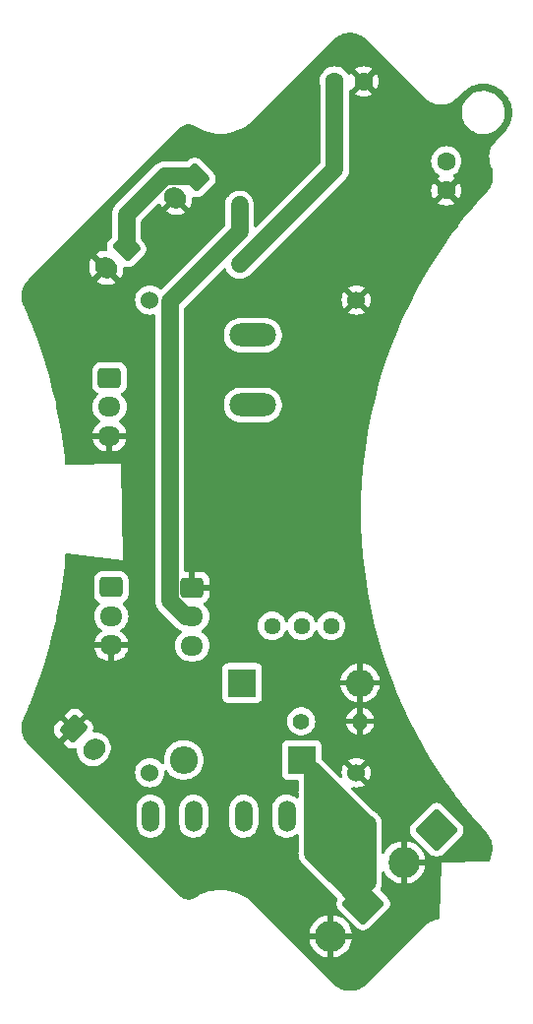
<source format=gbr>
%TF.GenerationSoftware,KiCad,Pcbnew,7.0.9*%
%TF.CreationDate,2024-12-16T14:55:57+09:00*%
%TF.ProjectId,____,fb90fa7f-2e6b-4696-9361-645f70636258,rev?*%
%TF.SameCoordinates,Original*%
%TF.FileFunction,Copper,L2,Bot*%
%TF.FilePolarity,Positive*%
%FSLAX46Y46*%
G04 Gerber Fmt 4.6, Leading zero omitted, Abs format (unit mm)*
G04 Created by KiCad (PCBNEW 7.0.9) date 2024-12-16 14:55:57*
%MOMM*%
%LPD*%
G01*
G04 APERTURE LIST*
G04 Aperture macros list*
%AMRoundRect*
0 Rectangle with rounded corners*
0 $1 Rounding radius*
0 $2 $3 $4 $5 $6 $7 $8 $9 X,Y pos of 4 corners*
0 Add a 4 corners polygon primitive as box body*
4,1,4,$2,$3,$4,$5,$6,$7,$8,$9,$2,$3,0*
0 Add four circle primitives for the rounded corners*
1,1,$1+$1,$2,$3*
1,1,$1+$1,$4,$5*
1,1,$1+$1,$6,$7*
1,1,$1+$1,$8,$9*
0 Add four rect primitives between the rounded corners*
20,1,$1+$1,$2,$3,$4,$5,0*
20,1,$1+$1,$4,$5,$6,$7,0*
20,1,$1+$1,$6,$7,$8,$9,0*
20,1,$1+$1,$8,$9,$2,$3,0*%
%AMHorizOval*
0 Thick line with rounded ends*
0 $1 width*
0 $2 $3 position (X,Y) of the first rounded end (center of the circle)*
0 $4 $5 position (X,Y) of the second rounded end (center of the circle)*
0 Add line between two ends*
20,1,$1,$2,$3,$4,$5,0*
0 Add two circle primitives to create the rounded ends*
1,1,$1,$2,$3*
1,1,$1,$4,$5*%
G04 Aperture macros list end*
%TA.AperFunction,ComponentPad*%
%ADD10RoundRect,0.250000X-0.954594X-0.106066X-0.106066X-0.954594X0.954594X0.106066X0.106066X0.954594X0*%
%TD*%
%TA.AperFunction,ComponentPad*%
%ADD11HorizOval,1.700000X-0.106066X-0.106066X0.106066X0.106066X0*%
%TD*%
%TA.AperFunction,ComponentPad*%
%ADD12R,2.400000X2.400000*%
%TD*%
%TA.AperFunction,ComponentPad*%
%ADD13O,2.400000X2.400000*%
%TD*%
%TA.AperFunction,ComponentPad*%
%ADD14C,1.400000*%
%TD*%
%TA.AperFunction,ComponentPad*%
%ADD15O,1.400000X1.400000*%
%TD*%
%TA.AperFunction,ComponentPad*%
%ADD16C,1.440000*%
%TD*%
%TA.AperFunction,ComponentPad*%
%ADD17O,1.500000X2.700000*%
%TD*%
%TA.AperFunction,ComponentPad*%
%ADD18RoundRect,0.250000X-0.725000X0.600000X-0.725000X-0.600000X0.725000X-0.600000X0.725000X0.600000X0*%
%TD*%
%TA.AperFunction,ComponentPad*%
%ADD19O,1.950000X1.700000*%
%TD*%
%TA.AperFunction,ComponentPad*%
%ADD20O,4.000000X2.000000*%
%TD*%
%TA.AperFunction,ComponentPad*%
%ADD21RoundRect,0.250001X0.000000X1.555634X-1.555634X0.000000X0.000000X-1.555634X1.555634X0.000000X0*%
%TD*%
%TA.AperFunction,ComponentPad*%
%ADD22C,2.700000*%
%TD*%
%TA.AperFunction,ComponentPad*%
%ADD23RoundRect,0.250000X-0.106066X0.954594X-0.954594X0.106066X0.106066X-0.954594X0.954594X-0.106066X0*%
%TD*%
%TA.AperFunction,ComponentPad*%
%ADD24HorizOval,1.700000X-0.106066X0.106066X0.106066X-0.106066X0*%
%TD*%
%TA.AperFunction,ComponentPad*%
%ADD25C,1.600000*%
%TD*%
%TA.AperFunction,ComponentPad*%
%ADD26C,1.524000*%
%TD*%
%TA.AperFunction,ViaPad*%
%ADD27C,0.800000*%
%TD*%
%TA.AperFunction,Conductor*%
%ADD28C,1.500000*%
%TD*%
G04 APERTURE END LIST*
D10*
%TO.P,Voltmeter,1,Pin_1*%
%TO.N,GND*%
X102844600Y-125831600D03*
D11*
%TO.P,Voltmeter,2,Pin_2*%
%TO.N,\u96FB\u5727\u8A08*%
X104612367Y-127599367D03*
%TD*%
D12*
%TO.P,D1,1,K*%
%TO.N,\u96FB\u5727\u8A08*%
X117373400Y-121894600D03*
D13*
%TO.P,D1,2,A*%
%TO.N,GND*%
X127533400Y-121894600D03*
%TD*%
D14*
%TO.P,R2,1*%
%TO.N,Net-(R2-Pad1)*%
X122453400Y-125196600D03*
D15*
%TO.P,R2,2*%
%TO.N,GND*%
X127533400Y-125196600D03*
%TD*%
D16*
%TO.P,RV1,1,1*%
%TO.N,Net-(R2-Pad1)*%
X125018800Y-116992400D03*
%TO.P,RV1,2,2*%
X122478800Y-116992400D03*
%TO.P,RV1,3,3*%
%TO.N,Net-(U1-TRIM)*%
X119938800Y-116992400D03*
%TD*%
D17*
%TO.P,Fuse,1*%
%TO.N,Net-(BT1-+)*%
X121208800Y-133350000D03*
X117508800Y-133350000D03*
%TO.P,Fuse,2*%
%TO.N,\u96FB\u5727\u8A08*%
X113208800Y-133350000D03*
X109508800Y-133350000D03*
%TD*%
D18*
%TO.P,12V_Out,1,Pin_1*%
%TO.N,+12V*%
X106095800Y-113665000D03*
D19*
%TO.P,12V_Out,2,Pin_2*%
%TO.N,unconnected-(J1-Pin_2-Pad2)*%
X106095800Y-116165000D03*
%TO.P,12V_Out,3,Pin_3*%
%TO.N,GND*%
X106095800Y-118665000D03*
%TD*%
D18*
%TO.P,SW2,1*%
%TO.N,GND*%
X113055400Y-113690400D03*
D19*
%TO.P,SW2,2*%
%TO.N,Net-(U1-ON{slash}OFF_CTRL)*%
X113055400Y-116190400D03*
%TO.P,SW2,3*%
%TO.N,N/C*%
X113055400Y-118690400D03*
%TD*%
D20*
%TO.P,SW1,1*%
%TO.N,\u96FB\u5727\u8A08*%
X118287800Y-97993200D03*
%TO.P,SW1,2*%
%TO.N,+12V*%
X118287800Y-91993200D03*
%TD*%
D21*
%TO.P,BT_Input,1,+*%
%TO.N,Net-(BT1-+)*%
X134097580Y-134523238D03*
D22*
%TO.P,BT_Input,2,-*%
%TO.N,GND*%
X131297437Y-137323381D03*
%TD*%
D14*
%TO.P,R1,1*%
%TO.N,+12V*%
X117144800Y-85902800D03*
D15*
%TO.P,R1,2*%
%TO.N,Net-(U1-ON{slash}OFF_CTRL)*%
X117144800Y-80822800D03*
%TD*%
D23*
%TO.P,5V_out,1,Pin_1*%
%TO.N,+5V*%
X107416600Y-84455000D03*
D24*
%TO.P,5V_out,2,Pin_2*%
%TO.N,GND*%
X105648833Y-86222767D03*
%TD*%
D25*
%TO.P,C3,1*%
%TO.N,+5V*%
X134950200Y-77038200D03*
%TO.P,C3,2*%
%TO.N,GND*%
X134950200Y-79538200D03*
%TD*%
D23*
%TO.P,J4,1,Pin_1*%
%TO.N,+5V*%
X113360200Y-78435200D03*
D24*
%TO.P,J4,2,Pin_2*%
%TO.N,GND*%
X111592433Y-80202967D03*
%TD*%
D18*
%TO.P,J2,1,Pin_1*%
%TO.N,+12V*%
X105943400Y-95660200D03*
D19*
%TO.P,J2,2,Pin_2*%
%TO.N,unconnected-(J2-Pin_2-Pad2)*%
X105943400Y-98160200D03*
%TO.P,J2,3,Pin_3*%
%TO.N,GND*%
X105943400Y-100660200D03*
%TD*%
D25*
%TO.P,C2,1*%
%TO.N,+12V*%
X125338200Y-70180200D03*
%TO.P,C2,2*%
%TO.N,GND*%
X127838200Y-70180200D03*
%TD*%
D12*
%TO.P,D2,1,K*%
%TO.N,+48V*%
X122504200Y-128524000D03*
D13*
%TO.P,D2,2,A*%
%TO.N,Net-(D2-A)*%
X112344200Y-128524000D03*
%TD*%
D21*
%TO.P,J3,1,Pin_1*%
%TO.N,+48V*%
X127787400Y-140868400D03*
D22*
%TO.P,J3,2,Pin_2*%
%TO.N,GND*%
X124987257Y-143668543D03*
%TD*%
D26*
%TO.P,U2,1,IN\uFF0B*%
%TO.N,+12V*%
X109423200Y-88976200D03*
%TO.P,U2,2,IN\uFF0D*%
%TO.N,GND*%
X127203200Y-88976200D03*
%TO.P,U2,3,OUT\uFF0B*%
%TO.N,Net-(D2-A)*%
X109423200Y-129616200D03*
%TO.P,U2,4,OUT\uFF0D*%
%TO.N,GND*%
X127203200Y-129616200D03*
%TD*%
D27*
%TO.N,GND*%
X113360200Y-89763600D03*
X129895600Y-72999600D03*
X119278400Y-115011200D03*
X123952000Y-115239800D03*
X126060200Y-82651600D03*
%TD*%
D28*
%TO.N,+12V*%
X117144800Y-85902800D02*
X125338200Y-77709400D01*
X125338200Y-77709400D02*
X125338200Y-70180200D01*
%TO.N,+5V*%
X107416600Y-81621084D02*
X110740783Y-78296901D01*
X113221901Y-78296901D02*
X113360200Y-78435200D01*
X107416600Y-84455000D02*
X107416600Y-81621084D01*
X110740783Y-78296901D02*
X113221901Y-78296901D01*
%TO.N,Net-(U1-ON{slash}OFF_CTRL)*%
X117144800Y-83108800D02*
X117144800Y-80822800D01*
X113055400Y-116190400D02*
X112526416Y-116190400D01*
X111130400Y-89123200D02*
X117144800Y-83108800D01*
X111130400Y-114794384D02*
X111130400Y-89123200D01*
X112526416Y-116190400D02*
X111130400Y-114794384D01*
%TO.N,+48V*%
X123469400Y-131292600D02*
X123469400Y-132943600D01*
X126034800Y-132054600D02*
X126542800Y-132562600D01*
X125374400Y-134848600D02*
X123469400Y-132943600D01*
X125018800Y-133731000D02*
X123850400Y-132562600D01*
X125349000Y-132054600D02*
X126034800Y-132054600D01*
X127303900Y-135609700D02*
X126542800Y-134848600D01*
X126542800Y-134848600D02*
X126542800Y-135661400D01*
X128151134Y-134053066D02*
X126542800Y-135661400D01*
X123469400Y-136550400D02*
X126060200Y-139141200D01*
X123469400Y-129489200D02*
X123469400Y-131292600D01*
X123850400Y-132562600D02*
X126542800Y-132562600D01*
X126542800Y-137947400D02*
X125755400Y-137947400D01*
X126864866Y-134053066D02*
X126542800Y-133731000D01*
X127303900Y-137008500D02*
X125956800Y-135661400D01*
X126263400Y-136906000D02*
X126085600Y-136728200D01*
X126542800Y-135661400D02*
X125956800Y-135661400D01*
X126060200Y-139141200D02*
X127787400Y-140868400D01*
X126542800Y-136728200D02*
X126441200Y-136728200D01*
X126542800Y-137947400D02*
X126542800Y-138658600D01*
X126034800Y-132054600D02*
X124231400Y-132054600D01*
X128151134Y-134053066D02*
X126864866Y-134053066D01*
X126085600Y-136728200D02*
X125728200Y-136728200D01*
X128143000Y-137847600D02*
X127303900Y-137008500D01*
X122504200Y-128524000D02*
X122908800Y-128928600D01*
X126542800Y-138658600D02*
X126060200Y-139141200D01*
X126542800Y-135661400D02*
X126542800Y-136728200D01*
X123469400Y-132943600D02*
X123469400Y-133781800D01*
X126441200Y-136728200D02*
X126263400Y-136906000D01*
X122504200Y-128524000D02*
X123469400Y-129489200D01*
X128143000Y-138023600D02*
X128143000Y-137847600D01*
X128143000Y-138023600D02*
X127787400Y-138379200D01*
X128143000Y-139039600D02*
X128143000Y-134162800D01*
X126263400Y-136906000D02*
X125018800Y-135661400D01*
X125349000Y-131368800D02*
X125349000Y-132054600D01*
X124536200Y-134848600D02*
X123469400Y-133781800D01*
X123469400Y-133781800D02*
X123469400Y-135661400D01*
X125018800Y-135661400D02*
X123469400Y-135661400D01*
X128143000Y-134162800D02*
X125349000Y-131368800D01*
X123469400Y-132943600D02*
X123850400Y-132562600D01*
X126542800Y-134848600D02*
X125374400Y-134848600D01*
X127787400Y-140868400D02*
X127787400Y-139395200D01*
X126542800Y-138658600D02*
X126517400Y-138658600D01*
X126542800Y-133731000D02*
X125018800Y-133731000D01*
X122504200Y-128524000D02*
X125349000Y-131368800D01*
X127303900Y-137008500D02*
X127303900Y-135609700D01*
X123469400Y-135661400D02*
X123469400Y-136550400D01*
X126542800Y-133731000D02*
X126542800Y-134848600D01*
X127787400Y-138379200D02*
X127787400Y-140868400D01*
X124231400Y-132054600D02*
X123469400Y-131292600D01*
X126542800Y-134848600D02*
X124536200Y-134848600D01*
X126542800Y-132562600D02*
X126542800Y-133731000D01*
X125755400Y-137947400D02*
X123469400Y-135661400D01*
X127787400Y-139395200D02*
X128143000Y-139039600D01*
X126542800Y-136728200D02*
X126542800Y-137947400D01*
%TD*%
%TA.AperFunction,Conductor*%
%TO.N,GND*%
G36*
X126729137Y-65990082D02*
G01*
X126793319Y-65994288D01*
X126858145Y-65998536D01*
X126862882Y-65999032D01*
X126998041Y-66018465D01*
X127001183Y-66019004D01*
X127127519Y-66044133D01*
X127132821Y-66045435D01*
X127232886Y-66074817D01*
X127266143Y-66084583D01*
X127323360Y-66104005D01*
X127388105Y-66125983D01*
X127393912Y-66128287D01*
X127522298Y-66186920D01*
X127522317Y-66186928D01*
X127635114Y-66242553D01*
X127641184Y-66245985D01*
X127765272Y-66325731D01*
X127863981Y-66391686D01*
X127870129Y-66396375D01*
X128007768Y-66515640D01*
X128069365Y-66569658D01*
X128072311Y-66572417D01*
X133064094Y-71564199D01*
X133064447Y-71564553D01*
X133064447Y-71564552D01*
X133119546Y-71619809D01*
X133119616Y-71619844D01*
X133122991Y-71623094D01*
X133157163Y-71657266D01*
X133157169Y-71657271D01*
X133161141Y-71660319D01*
X133365213Y-71816908D01*
X133592318Y-71948028D01*
X133745091Y-72011308D01*
X133784433Y-72027605D01*
X133834596Y-72048383D01*
X134087899Y-72116255D01*
X134336203Y-72148945D01*
X134347879Y-72150483D01*
X134347895Y-72150485D01*
X134347902Y-72150485D01*
X134610127Y-72150485D01*
X134610134Y-72150485D01*
X134870130Y-72116256D01*
X135123434Y-72048383D01*
X135365711Y-71948028D01*
X135592817Y-71816909D01*
X135800865Y-71657267D01*
X135881589Y-71576542D01*
X135881600Y-71576534D01*
X135893510Y-71564623D01*
X135893512Y-71564623D01*
X136389182Y-71068950D01*
X136392788Y-71065622D01*
X136539470Y-70940771D01*
X136619937Y-70872637D01*
X136625759Y-70868270D01*
X136763641Y-70777077D01*
X136877082Y-70703226D01*
X136883131Y-70699759D01*
X137027032Y-70627834D01*
X137029750Y-70626517D01*
X137153069Y-70566731D01*
X137159224Y-70564150D01*
X137309084Y-70510687D01*
X137443680Y-70465222D01*
X137449842Y-70463492D01*
X137604167Y-70428684D01*
X137744526Y-70400219D01*
X137750569Y-70399303D01*
X137907430Y-70383403D01*
X138051049Y-70372694D01*
X138056852Y-70372535D01*
X138214221Y-70375655D01*
X138358622Y-70383060D01*
X138364058Y-70383583D01*
X138519773Y-70405631D01*
X138662509Y-70431149D01*
X138667567Y-70432275D01*
X138819406Y-70472909D01*
X138958149Y-70516217D01*
X138962786Y-70517871D01*
X138973672Y-70522248D01*
X139107281Y-70575972D01*
X139109860Y-70577078D01*
X139217346Y-70626144D01*
X139241062Y-70636970D01*
X139245207Y-70639052D01*
X139381532Y-70714085D01*
X139384224Y-70715657D01*
X139483577Y-70777105D01*
X139506965Y-70791570D01*
X139510578Y-70793984D01*
X139636795Y-70884851D01*
X139639510Y-70886922D01*
X139751834Y-70977672D01*
X139754873Y-70980296D01*
X139813517Y-71034364D01*
X139869200Y-71085701D01*
X139871867Y-71088312D01*
X139896725Y-71114176D01*
X139971913Y-71192407D01*
X139974426Y-71195185D01*
X140075201Y-71313585D01*
X140077722Y-71316750D01*
X140163922Y-71432549D01*
X140165902Y-71435369D01*
X140251693Y-71565088D01*
X140253962Y-71568794D01*
X140324944Y-71694439D01*
X140326422Y-71697217D01*
X140395979Y-71836384D01*
X140397899Y-71840614D01*
X140452541Y-71974085D01*
X140453559Y-71976745D01*
X140505869Y-72123384D01*
X140507343Y-72128103D01*
X140545115Y-72268442D01*
X140579691Y-72421747D01*
X140580627Y-72426908D01*
X140600462Y-72570523D01*
X140616313Y-72726929D01*
X140616625Y-72732465D01*
X140618300Y-72877031D01*
X140615178Y-73034355D01*
X140614787Y-73040185D01*
X140598394Y-73183262D01*
X140576290Y-73339350D01*
X140575129Y-73345382D01*
X140541120Y-73484510D01*
X140500229Y-73637296D01*
X140498243Y-73643426D01*
X140447481Y-73776105D01*
X140388141Y-73923676D01*
X140385288Y-73929787D01*
X140319242Y-74053290D01*
X140241698Y-74194169D01*
X140237957Y-74200137D01*
X140159582Y-74310680D01*
X140063129Y-74444650D01*
X140058493Y-74450345D01*
X139982027Y-74533686D01*
X139856798Y-74669512D01*
X139854178Y-74672188D01*
X139285807Y-75218456D01*
X139285702Y-75218510D01*
X139163620Y-75335973D01*
X139009392Y-75525420D01*
X139009386Y-75525429D01*
X138879357Y-75732227D01*
X138775448Y-75953329D01*
X138775445Y-75953334D01*
X138699219Y-76185409D01*
X138699217Y-76185416D01*
X138659624Y-76385466D01*
X138651787Y-76425065D01*
X138633870Y-76668690D01*
X138633870Y-76668692D01*
X138642646Y-76849300D01*
X138645727Y-76912692D01*
X138645728Y-76912705D01*
X138687186Y-77153448D01*
X138757623Y-77387353D01*
X138791138Y-77463647D01*
X138791146Y-77463714D01*
X138805942Y-77497354D01*
X138807436Y-77501070D01*
X138828064Y-77557623D01*
X138896806Y-77750877D01*
X138898891Y-77758097D01*
X138923402Y-77867406D01*
X138953803Y-78020240D01*
X138954737Y-78026682D01*
X138965827Y-78147709D01*
X138973348Y-78295070D01*
X138973384Y-78300577D01*
X138968719Y-78423871D01*
X138968488Y-78427368D01*
X138954959Y-78570334D01*
X138954372Y-78574801D01*
X138933721Y-78697296D01*
X138932811Y-78701710D01*
X138898724Y-78841186D01*
X138897796Y-78844566D01*
X138861772Y-78962596D01*
X138859932Y-78967788D01*
X138804509Y-79104540D01*
X138754359Y-79215225D01*
X138751365Y-79221005D01*
X138672519Y-79355454D01*
X138613536Y-79450666D01*
X138609201Y-79456800D01*
X138481851Y-79615664D01*
X138442719Y-79663678D01*
X138440088Y-79666701D01*
X138020968Y-80117985D01*
X137207700Y-81049081D01*
X136423225Y-82004563D01*
X135973316Y-82587978D01*
X135957395Y-82608050D01*
X135956692Y-82609536D01*
X135668274Y-82983540D01*
X135217501Y-83606503D01*
X135213159Y-83612340D01*
X135212985Y-83612742D01*
X134943550Y-83985100D01*
X134249730Y-85008311D01*
X133587458Y-86052219D01*
X132957353Y-87115851D01*
X132360000Y-88198217D01*
X131795957Y-89298309D01*
X131265747Y-90415102D01*
X130935328Y-91169691D01*
X130769869Y-91547555D01*
X130308779Y-92694614D01*
X129882911Y-93855210D01*
X129492658Y-95028261D01*
X129138387Y-96212676D01*
X128820426Y-97407351D01*
X128539071Y-98611172D01*
X128294585Y-99823020D01*
X128087196Y-101041763D01*
X127917096Y-102266269D01*
X127784444Y-103495395D01*
X127689364Y-104727996D01*
X127631944Y-105962925D01*
X127612238Y-107199032D01*
X127630264Y-108435163D01*
X127686006Y-109670169D01*
X127779411Y-110902899D01*
X127910392Y-112132204D01*
X128078827Y-113356939D01*
X128284560Y-114575964D01*
X128527399Y-115788142D01*
X128807117Y-116992345D01*
X129123454Y-118187451D01*
X129476116Y-119372346D01*
X129864773Y-120545927D01*
X130289065Y-121707100D01*
X130748594Y-122854785D01*
X131242935Y-123987911D01*
X131771625Y-125105423D01*
X132334173Y-126206281D01*
X132930054Y-127289458D01*
X133558713Y-128353945D01*
X134219565Y-129398752D01*
X134911995Y-130422905D01*
X135030412Y-130587026D01*
X135180917Y-130795618D01*
X135181029Y-130795937D01*
X135185366Y-130801785D01*
X135230093Y-130863774D01*
X135635356Y-131425449D01*
X135923241Y-131799813D01*
X135923697Y-131800989D01*
X135939822Y-131821376D01*
X136335800Y-132336301D01*
X136388976Y-132405451D01*
X137172152Y-133361999D01*
X137984154Y-134294200D01*
X138348890Y-134687996D01*
X138402832Y-134746235D01*
X138405422Y-134749217D01*
X138443758Y-134796295D01*
X138569395Y-134953110D01*
X138573674Y-134959158D01*
X138631950Y-135052939D01*
X138685624Y-135144104D01*
X138709952Y-135185425D01*
X138712919Y-135191119D01*
X138762705Y-135300083D01*
X138817872Y-135434763D01*
X138819709Y-135439876D01*
X138855806Y-135556087D01*
X138856739Y-135559415D01*
X138891138Y-135696757D01*
X138892063Y-135701103D01*
X138913243Y-135821769D01*
X138913854Y-135826172D01*
X138928284Y-135967046D01*
X138928540Y-135970493D01*
X138934176Y-136092045D01*
X138934189Y-136097477D01*
X138928186Y-136242870D01*
X138918479Y-136362297D01*
X138917629Y-136368660D01*
X138889412Y-136519763D01*
X138866553Y-136627807D01*
X138864589Y-136634951D01*
X138799904Y-136825066D01*
X138780018Y-136882019D01*
X138778596Y-136885710D01*
X138732218Y-136995486D01*
X138679397Y-137179820D01*
X138642007Y-137238843D01*
X138578642Y-137268282D01*
X138562285Y-137269644D01*
X134518399Y-137337799D01*
X134337022Y-142118371D01*
X134314810Y-142184616D01*
X134260309Y-142228336D01*
X134229298Y-142236609D01*
X134133934Y-142249164D01*
X134087899Y-142255226D01*
X133957644Y-142290128D01*
X133834594Y-142323099D01*
X133592325Y-142423449D01*
X133592316Y-142423454D01*
X133365212Y-142554574D01*
X133365203Y-142554580D01*
X133157165Y-142714213D01*
X133110842Y-142760537D01*
X133064519Y-142806860D01*
X133064518Y-142806861D01*
X133064447Y-142806931D01*
X133064094Y-142807284D01*
X128072318Y-147799059D01*
X128069357Y-147801832D01*
X128007753Y-147855859D01*
X127870134Y-147975109D01*
X127863972Y-147979808D01*
X127765305Y-148045738D01*
X127641206Y-148125492D01*
X127635103Y-148128944D01*
X127522326Y-148184560D01*
X127393917Y-148243203D01*
X127388087Y-148245517D01*
X127266147Y-148286911D01*
X127132865Y-148326047D01*
X127127490Y-148327368D01*
X127001259Y-148352476D01*
X126997987Y-148353037D01*
X126862871Y-148372464D01*
X126858101Y-148372963D01*
X126827798Y-148374949D01*
X126729160Y-148381414D01*
X126725112Y-148381547D01*
X126588946Y-148381547D01*
X126584897Y-148381414D01*
X126455948Y-148372962D01*
X126451183Y-148372464D01*
X126316077Y-148353039D01*
X126312804Y-148352478D01*
X126186560Y-148327365D01*
X126181186Y-148326045D01*
X126047909Y-148286911D01*
X125925963Y-148245515D01*
X125920134Y-148243201D01*
X125791736Y-148184563D01*
X125678946Y-148128939D01*
X125672844Y-148125488D01*
X125595039Y-148075485D01*
X125548737Y-148045728D01*
X125450080Y-147979806D01*
X125443932Y-147975117D01*
X125306279Y-147855837D01*
X125244684Y-147801819D01*
X125241737Y-147799059D01*
X121361222Y-143918543D01*
X123150411Y-143918543D01*
X123151409Y-143932497D01*
X123151410Y-143932505D01*
X123207657Y-144191071D01*
X123300141Y-144439030D01*
X123426958Y-144671278D01*
X123426959Y-144671279D01*
X123585548Y-144883128D01*
X123585558Y-144883140D01*
X123772659Y-145070241D01*
X123772671Y-145070251D01*
X123984520Y-145228840D01*
X123984521Y-145228841D01*
X124216770Y-145355658D01*
X124216769Y-145355658D01*
X124464728Y-145448142D01*
X124723294Y-145504389D01*
X124723302Y-145504390D01*
X124737256Y-145505388D01*
X124737257Y-145505388D01*
X124737257Y-144483862D01*
X124894814Y-144518543D01*
X125033341Y-144518543D01*
X125171059Y-144503565D01*
X125237257Y-144481260D01*
X125237257Y-145505388D01*
X125251211Y-145504390D01*
X125251219Y-145504389D01*
X125509785Y-145448142D01*
X125757744Y-145355658D01*
X125989992Y-145228841D01*
X125989993Y-145228840D01*
X126201842Y-145070251D01*
X126201854Y-145070241D01*
X126388955Y-144883140D01*
X126388965Y-144883128D01*
X126547554Y-144671279D01*
X126547555Y-144671278D01*
X126674372Y-144439030D01*
X126766856Y-144191071D01*
X126823103Y-143932505D01*
X126823104Y-143932497D01*
X126824102Y-143918543D01*
X125802633Y-143918543D01*
X125811104Y-143897283D01*
X125841015Y-143714832D01*
X125831006Y-143530217D01*
X125799999Y-143418543D01*
X126824103Y-143418543D01*
X126824102Y-143418542D01*
X126823104Y-143404588D01*
X126823103Y-143404580D01*
X126766856Y-143146014D01*
X126674372Y-142898055D01*
X126547555Y-142665807D01*
X126547554Y-142665806D01*
X126388965Y-142453957D01*
X126388955Y-142453945D01*
X126201854Y-142266844D01*
X126201842Y-142266834D01*
X125989993Y-142108245D01*
X125989992Y-142108244D01*
X125757743Y-141981427D01*
X125757744Y-141981427D01*
X125509785Y-141888943D01*
X125251217Y-141832696D01*
X125251207Y-141832694D01*
X125237257Y-141831695D01*
X125237257Y-142853223D01*
X125079700Y-142818543D01*
X124941173Y-142818543D01*
X124803455Y-142833521D01*
X124737257Y-142855825D01*
X124737257Y-141831696D01*
X124737256Y-141831695D01*
X124723306Y-141832694D01*
X124723296Y-141832696D01*
X124464728Y-141888943D01*
X124216769Y-141981427D01*
X123984521Y-142108244D01*
X123984520Y-142108245D01*
X123772671Y-142266834D01*
X123772659Y-142266844D01*
X123585558Y-142453945D01*
X123585548Y-142453957D01*
X123426959Y-142665806D01*
X123426958Y-142665807D01*
X123300141Y-142898055D01*
X123207657Y-143146014D01*
X123151410Y-143404580D01*
X123151409Y-143404588D01*
X123150411Y-143418542D01*
X123150411Y-143418543D01*
X124171881Y-143418543D01*
X124163410Y-143439803D01*
X124133499Y-143622254D01*
X124143508Y-143806869D01*
X124174515Y-143918543D01*
X123150411Y-143918543D01*
X121361222Y-143918543D01*
X118355505Y-140912826D01*
X118355466Y-140912755D01*
X118189966Y-140747301D01*
X118189955Y-140747290D01*
X117938591Y-140538098D01*
X117909037Y-140513502D01*
X117909029Y-140513496D01*
X117607971Y-140306296D01*
X117607966Y-140306293D01*
X117289262Y-140127396D01*
X117289258Y-140127394D01*
X116955576Y-139978299D01*
X116609693Y-139860247D01*
X116609676Y-139860243D01*
X116254477Y-139774217D01*
X115892897Y-139720928D01*
X115892894Y-139720927D01*
X115527992Y-139700827D01*
X115527956Y-139700827D01*
X115162749Y-139714076D01*
X115162734Y-139714078D01*
X115109333Y-139720927D01*
X114800224Y-139760571D01*
X114800216Y-139760572D01*
X114800214Y-139760573D01*
X114800205Y-139760574D01*
X114443468Y-139839917D01*
X114443465Y-139839918D01*
X114095421Y-139951462D01*
X114095413Y-139951465D01*
X113759005Y-140094267D01*
X113759002Y-140094268D01*
X113758994Y-140094272D01*
X113436990Y-140267156D01*
X113436977Y-140267163D01*
X113346744Y-140326786D01*
X113346551Y-140326845D01*
X113286765Y-140366414D01*
X113282189Y-140369167D01*
X113248538Y-140387487D01*
X113133720Y-140448191D01*
X113115631Y-140455985D01*
X113051942Y-140477610D01*
X112953995Y-140506905D01*
X112945860Y-140508753D01*
X112869837Y-140520718D01*
X112866076Y-140521192D01*
X112771091Y-140530241D01*
X112764271Y-140530513D01*
X112685503Y-140529325D01*
X112680204Y-140529018D01*
X112586544Y-140519556D01*
X112581289Y-140518797D01*
X112503872Y-140504205D01*
X112497246Y-140502574D01*
X112405981Y-140474708D01*
X112402391Y-140473491D01*
X112330306Y-140446565D01*
X112322705Y-140443127D01*
X112276101Y-140418149D01*
X112232610Y-140394840D01*
X112174511Y-140360902D01*
X112158356Y-140349655D01*
X112058614Y-140267726D01*
X112028567Y-140242424D01*
X112024661Y-140238838D01*
X108763770Y-136977947D01*
X105791978Y-134006155D01*
X108258300Y-134006155D01*
X108262913Y-134057416D01*
X108273422Y-134174186D01*
X108273423Y-134174192D01*
X108333303Y-134391160D01*
X108333308Y-134391173D01*
X108430967Y-134593966D01*
X108430971Y-134593974D01*
X108563273Y-134776072D01*
X108563274Y-134776074D01*
X108563277Y-134776077D01*
X108563278Y-134776078D01*
X108648447Y-134857508D01*
X108725976Y-134931633D01*
X108913833Y-135055636D01*
X109120804Y-135144100D01*
X109120807Y-135144101D01*
X109120812Y-135144103D01*
X109340263Y-135194191D01*
X109565130Y-135204290D01*
X109788187Y-135174075D01*
X110002264Y-135104517D01*
X110200481Y-134997852D01*
X110376466Y-134857508D01*
X110524565Y-134687996D01*
X110640015Y-134494764D01*
X110719107Y-134284024D01*
X110737003Y-134185409D01*
X110759300Y-134062549D01*
X110759300Y-134006155D01*
X111958300Y-134006155D01*
X111962913Y-134057416D01*
X111973422Y-134174186D01*
X111973423Y-134174192D01*
X112033303Y-134391160D01*
X112033308Y-134391173D01*
X112130967Y-134593966D01*
X112130971Y-134593974D01*
X112263273Y-134776072D01*
X112263274Y-134776074D01*
X112263277Y-134776077D01*
X112263278Y-134776078D01*
X112348447Y-134857508D01*
X112425976Y-134931633D01*
X112613833Y-135055636D01*
X112820804Y-135144100D01*
X112820807Y-135144101D01*
X112820812Y-135144103D01*
X113040263Y-135194191D01*
X113265130Y-135204290D01*
X113488187Y-135174075D01*
X113702264Y-135104517D01*
X113900481Y-134997852D01*
X114076466Y-134857508D01*
X114224565Y-134687996D01*
X114340015Y-134494764D01*
X114419107Y-134284024D01*
X114437003Y-134185409D01*
X114459300Y-134062549D01*
X114459300Y-134006155D01*
X116258300Y-134006155D01*
X116262913Y-134057416D01*
X116273422Y-134174186D01*
X116273423Y-134174192D01*
X116333303Y-134391160D01*
X116333308Y-134391173D01*
X116430967Y-134593966D01*
X116430971Y-134593974D01*
X116563273Y-134776072D01*
X116563274Y-134776074D01*
X116563277Y-134776077D01*
X116563278Y-134776078D01*
X116648447Y-134857508D01*
X116725976Y-134931633D01*
X116913833Y-135055636D01*
X117120804Y-135144100D01*
X117120807Y-135144101D01*
X117120812Y-135144103D01*
X117340263Y-135194191D01*
X117565130Y-135204290D01*
X117788187Y-135174075D01*
X118002264Y-135104517D01*
X118200481Y-134997852D01*
X118376466Y-134857508D01*
X118524565Y-134687996D01*
X118640015Y-134494764D01*
X118719107Y-134284024D01*
X118737003Y-134185409D01*
X118759300Y-134062549D01*
X118759300Y-134006155D01*
X119958300Y-134006155D01*
X119962913Y-134057416D01*
X119973422Y-134174186D01*
X119973423Y-134174192D01*
X120033303Y-134391160D01*
X120033308Y-134391173D01*
X120130967Y-134593966D01*
X120130971Y-134593974D01*
X120263273Y-134776072D01*
X120263274Y-134776074D01*
X120263277Y-134776077D01*
X120263278Y-134776078D01*
X120348447Y-134857508D01*
X120425976Y-134931633D01*
X120613833Y-135055636D01*
X120820804Y-135144100D01*
X120820807Y-135144101D01*
X120820812Y-135144103D01*
X121040263Y-135194191D01*
X121265130Y-135204290D01*
X121488187Y-135174075D01*
X121702264Y-135104517D01*
X121900481Y-134997852D01*
X122017588Y-134904461D01*
X122082273Y-134878054D01*
X122150969Y-134890809D01*
X122201863Y-134938680D01*
X122218900Y-135001409D01*
X122218900Y-135587693D01*
X122218510Y-135594631D01*
X122216192Y-135615204D01*
X122214162Y-135633223D01*
X122214161Y-135633234D01*
X122216773Y-135671974D01*
X122216851Y-135678928D01*
X122215109Y-135717724D01*
X122215110Y-135717730D01*
X122218338Y-135741564D01*
X122218900Y-135749895D01*
X122218900Y-136476693D01*
X122218510Y-136483631D01*
X122217978Y-136488359D01*
X122214162Y-136522223D01*
X122214161Y-136522231D01*
X122218759Y-136590413D01*
X122218900Y-136594586D01*
X122218900Y-136606556D01*
X122222677Y-136648524D01*
X122229303Y-136746807D01*
X122229303Y-136746812D01*
X122230372Y-136751052D01*
X122233630Y-136770224D01*
X122234023Y-136774590D01*
X122260235Y-136869565D01*
X122284303Y-136965081D01*
X122286115Y-136969070D01*
X122292740Y-136987344D01*
X122293904Y-136991562D01*
X122293907Y-136991570D01*
X122336653Y-137080335D01*
X122377393Y-137170026D01*
X122377394Y-137170029D01*
X122379883Y-137173621D01*
X122389669Y-137190426D01*
X122391566Y-137194365D01*
X122391574Y-137194379D01*
X122449478Y-137274076D01*
X122505580Y-137355055D01*
X122508673Y-137358148D01*
X122521307Y-137372939D01*
X122523878Y-137376478D01*
X122523881Y-137376481D01*
X122595079Y-137444553D01*
X125155128Y-140004602D01*
X125157051Y-140006613D01*
X125213106Y-140067940D01*
X125213110Y-140067944D01*
X125213114Y-140067948D01*
X125213117Y-140067950D01*
X125213119Y-140067952D01*
X125232252Y-140082520D01*
X125238540Y-140088014D01*
X125538233Y-140387707D01*
X125571718Y-140449030D01*
X125566734Y-140518722D01*
X125561363Y-140531038D01*
X125521726Y-140609963D01*
X125521726Y-140609965D01*
X125521725Y-140609967D01*
X125489180Y-140747289D01*
X125481266Y-140780680D01*
X125481266Y-140956119D01*
X125521725Y-141126834D01*
X125561094Y-141205224D01*
X125600463Y-141283615D01*
X125665720Y-141363723D01*
X127292077Y-142990080D01*
X127372185Y-143055337D01*
X127528967Y-143134075D01*
X127699679Y-143174534D01*
X127699681Y-143174534D01*
X127875119Y-143174534D01*
X127875121Y-143174534D01*
X128045833Y-143134075D01*
X128202615Y-143055337D01*
X128282723Y-142990080D01*
X129909080Y-141363723D01*
X129974337Y-141283615D01*
X130053075Y-141126833D01*
X130093534Y-140956121D01*
X130093534Y-140780679D01*
X130053075Y-140609967D01*
X129974337Y-140453185D01*
X129909080Y-140373077D01*
X129285002Y-139748999D01*
X129251517Y-139687676D01*
X129256501Y-139617984D01*
X129266234Y-139597720D01*
X129274215Y-139584364D01*
X129275747Y-139580279D01*
X129284003Y-139562633D01*
X129286153Y-139558845D01*
X129318692Y-139465853D01*
X129353307Y-139373624D01*
X129354085Y-139369337D01*
X129359056Y-139350502D01*
X129360498Y-139346383D01*
X129375910Y-139249072D01*
X129393500Y-139152147D01*
X129393500Y-139147769D01*
X129395027Y-139128370D01*
X129395710Y-139124060D01*
X129393500Y-139025597D01*
X129393500Y-138182615D01*
X129413185Y-138115576D01*
X129465989Y-138069821D01*
X129535147Y-138059877D01*
X129598703Y-138088902D01*
X129626332Y-138123188D01*
X129737138Y-138326117D01*
X129895728Y-138537966D01*
X129895738Y-138537978D01*
X130082839Y-138725079D01*
X130082851Y-138725089D01*
X130294700Y-138883678D01*
X130294701Y-138883679D01*
X130526950Y-139010496D01*
X130526949Y-139010496D01*
X130774908Y-139102980D01*
X131033474Y-139159227D01*
X131033482Y-139159228D01*
X131047436Y-139160226D01*
X131047437Y-139160226D01*
X131047437Y-138138700D01*
X131204994Y-138173381D01*
X131343521Y-138173381D01*
X131481239Y-138158403D01*
X131547437Y-138136098D01*
X131547437Y-139160226D01*
X131561391Y-139159228D01*
X131561399Y-139159227D01*
X131819965Y-139102980D01*
X132067924Y-139010496D01*
X132300172Y-138883679D01*
X132300173Y-138883678D01*
X132512022Y-138725089D01*
X132512034Y-138725079D01*
X132699135Y-138537978D01*
X132699145Y-138537966D01*
X132857734Y-138326117D01*
X132857735Y-138326116D01*
X132984552Y-138093868D01*
X133077036Y-137845909D01*
X133133283Y-137587343D01*
X133133284Y-137587335D01*
X133134282Y-137573381D01*
X132112813Y-137573381D01*
X132121284Y-137552121D01*
X132151195Y-137369670D01*
X132141186Y-137185055D01*
X132110179Y-137073381D01*
X133134283Y-137073381D01*
X133134282Y-137073380D01*
X133133284Y-137059426D01*
X133133283Y-137059418D01*
X133077036Y-136800852D01*
X132984552Y-136552893D01*
X132857735Y-136320645D01*
X132857734Y-136320644D01*
X132699145Y-136108795D01*
X132699135Y-136108783D01*
X132512034Y-135921682D01*
X132512022Y-135921672D01*
X132300173Y-135763083D01*
X132300172Y-135763082D01*
X132067923Y-135636265D01*
X132067924Y-135636265D01*
X131819965Y-135543781D01*
X131561397Y-135487534D01*
X131561387Y-135487532D01*
X131547437Y-135486533D01*
X131547437Y-136508061D01*
X131389880Y-136473381D01*
X131251353Y-136473381D01*
X131113635Y-136488359D01*
X131047437Y-136510663D01*
X131047437Y-135486534D01*
X131047436Y-135486533D01*
X131033486Y-135487532D01*
X131033476Y-135487534D01*
X130774908Y-135543781D01*
X130526949Y-135636265D01*
X130294701Y-135763082D01*
X130294700Y-135763083D01*
X130082851Y-135921672D01*
X130082839Y-135921682D01*
X129895738Y-136108783D01*
X129895728Y-136108795D01*
X129737139Y-136320644D01*
X129737138Y-136320645D01*
X129626332Y-136523573D01*
X129576927Y-136572978D01*
X129508654Y-136587830D01*
X129443190Y-136563413D01*
X129401318Y-136507480D01*
X129393500Y-136464146D01*
X129393500Y-134610957D01*
X131791446Y-134610957D01*
X131831905Y-134781672D01*
X131839249Y-134796295D01*
X131910643Y-134938453D01*
X131975900Y-135018561D01*
X133602257Y-136644918D01*
X133682365Y-136710175D01*
X133839147Y-136788913D01*
X134009859Y-136829372D01*
X134009861Y-136829372D01*
X134185299Y-136829372D01*
X134185301Y-136829372D01*
X134356013Y-136788913D01*
X134512795Y-136710175D01*
X134592903Y-136644918D01*
X136219260Y-135018561D01*
X136284517Y-134938453D01*
X136363255Y-134781671D01*
X136403714Y-134610959D01*
X136403714Y-134435517D01*
X136363255Y-134264805D01*
X136284517Y-134108023D01*
X136219260Y-134027915D01*
X134592903Y-132401558D01*
X134512795Y-132336301D01*
X134434404Y-132296932D01*
X134356014Y-132257563D01*
X134299109Y-132244076D01*
X134185301Y-132217104D01*
X134009859Y-132217104D01*
X133924503Y-132237333D01*
X133839145Y-132257563D01*
X133682365Y-132336301D01*
X133602256Y-132401558D01*
X131975900Y-134027914D01*
X131910643Y-134108023D01*
X131831905Y-134264803D01*
X131791446Y-134435518D01*
X131791446Y-134610957D01*
X129393500Y-134610957D01*
X129393500Y-134239261D01*
X129394062Y-134230929D01*
X129395323Y-134221610D01*
X129395325Y-134221603D01*
X129395587Y-134215741D01*
X129395913Y-134211600D01*
X129398238Y-134190973D01*
X129398237Y-134190962D01*
X129398363Y-134185403D01*
X129398632Y-134185409D01*
X129399569Y-134164515D01*
X129403845Y-134137525D01*
X129402310Y-134069153D01*
X129402356Y-134065029D01*
X129405424Y-133996736D01*
X129400209Y-133958243D01*
X129399665Y-133951326D01*
X129398794Y-133912488D01*
X129385081Y-133845519D01*
X129384383Y-133841413D01*
X129375209Y-133773679D01*
X129363205Y-133736739D01*
X129361431Y-133730015D01*
X129353642Y-133691971D01*
X129328195Y-133628533D01*
X129326772Y-133624608D01*
X129305651Y-133559602D01*
X129287248Y-133525404D01*
X129284300Y-133519102D01*
X129269841Y-133483056D01*
X129233469Y-133425171D01*
X129231372Y-133421570D01*
X129198986Y-133361385D01*
X129174773Y-133331023D01*
X129170746Y-133325348D01*
X129150084Y-133292464D01*
X129103965Y-133242007D01*
X129101254Y-133238833D01*
X129058645Y-133185403D01*
X129058642Y-133185400D01*
X129029400Y-133159851D01*
X129024426Y-133154988D01*
X128998220Y-133126318D01*
X128943838Y-133084911D01*
X128940603Y-133082272D01*
X128889136Y-133037306D01*
X128889135Y-133037305D01*
X128889133Y-133037304D01*
X128889130Y-133037301D01*
X128855786Y-133017379D01*
X128850033Y-133013488D01*
X128819129Y-132989958D01*
X128819128Y-132989957D01*
X128758221Y-132958923D01*
X128754567Y-132956904D01*
X128695898Y-132921851D01*
X128695893Y-132921849D01*
X128680406Y-132916036D01*
X128636299Y-132887625D01*
X127503529Y-131754855D01*
X127490893Y-131740061D01*
X127488321Y-131736521D01*
X127488317Y-131736517D01*
X127470936Y-131719898D01*
X127465303Y-131713736D01*
X127450308Y-131694934D01*
X127398831Y-131649959D01*
X127395797Y-131647123D01*
X126971156Y-131222482D01*
X126966519Y-131217293D01*
X126942307Y-131186932D01*
X126890831Y-131141959D01*
X126887797Y-131139123D01*
X126803968Y-131055294D01*
X126770483Y-130993971D01*
X126775467Y-130924279D01*
X126817339Y-130868346D01*
X126882803Y-130843929D01*
X126923743Y-130847838D01*
X126983217Y-130863774D01*
X126983223Y-130863775D01*
X127203199Y-130883021D01*
X127203201Y-130883021D01*
X127423176Y-130863775D01*
X127423186Y-130863773D01*
X127636470Y-130806624D01*
X127636484Y-130806619D01*
X127836608Y-130713300D01*
X127836620Y-130713293D01*
X127901386Y-130667942D01*
X127901387Y-130667940D01*
X127230647Y-129997200D01*
X127234769Y-129997200D01*
X127328621Y-129981539D01*
X127440451Y-129921020D01*
X127526571Y-129827469D01*
X127577648Y-129711023D01*
X127583305Y-129642752D01*
X128254940Y-130314387D01*
X128254942Y-130314386D01*
X128300293Y-130249620D01*
X128300300Y-130249608D01*
X128393619Y-130049484D01*
X128393624Y-130049470D01*
X128450773Y-129836186D01*
X128450775Y-129836176D01*
X128470021Y-129616200D01*
X128470021Y-129616199D01*
X128450775Y-129396223D01*
X128450773Y-129396213D01*
X128393624Y-129182929D01*
X128393620Y-129182920D01*
X128300298Y-128982790D01*
X128254940Y-128918011D01*
X127588103Y-129584848D01*
X127588149Y-129584302D01*
X127556934Y-129461038D01*
X127487387Y-129354588D01*
X127387043Y-129276487D01*
X127266778Y-129235200D01*
X127230647Y-129235200D01*
X127901387Y-128564458D01*
X127836609Y-128519100D01*
X127836607Y-128519099D01*
X127636484Y-128425780D01*
X127636470Y-128425775D01*
X127423186Y-128368626D01*
X127423176Y-128368624D01*
X127203201Y-128349379D01*
X127203199Y-128349379D01*
X126983223Y-128368624D01*
X126983213Y-128368626D01*
X126769929Y-128425775D01*
X126769920Y-128425779D01*
X126569786Y-128519103D01*
X126505012Y-128564457D01*
X126505011Y-128564458D01*
X127175754Y-129235200D01*
X127171631Y-129235200D01*
X127077779Y-129250861D01*
X126965949Y-129311380D01*
X126879829Y-129404931D01*
X126828752Y-129521377D01*
X126823094Y-129589647D01*
X126151458Y-128918011D01*
X126151457Y-128918012D01*
X126106103Y-128982786D01*
X126012779Y-129182920D01*
X126012775Y-129182929D01*
X125955626Y-129396213D01*
X125955624Y-129396223D01*
X125936379Y-129616199D01*
X125936379Y-129616200D01*
X125955624Y-129836176D01*
X125955627Y-129836189D01*
X125971561Y-129895658D01*
X125969898Y-129965507D01*
X125930735Y-130023370D01*
X125866506Y-130050873D01*
X125797604Y-130039286D01*
X125764105Y-130015431D01*
X124430129Y-128681455D01*
X124417493Y-128666661D01*
X124414921Y-128663121D01*
X124414919Y-128663119D01*
X124343720Y-128595046D01*
X124241018Y-128492344D01*
X124207533Y-128431021D01*
X124204699Y-128404663D01*
X124204699Y-127276129D01*
X124204698Y-127276123D01*
X124204697Y-127276116D01*
X124198291Y-127216517D01*
X124188687Y-127190768D01*
X124147997Y-127081671D01*
X124147993Y-127081664D01*
X124061747Y-126966455D01*
X124061744Y-126966452D01*
X123946535Y-126880206D01*
X123946528Y-126880202D01*
X123811682Y-126829908D01*
X123811683Y-126829908D01*
X123752083Y-126823501D01*
X123752081Y-126823500D01*
X123752073Y-126823500D01*
X123752064Y-126823500D01*
X121256329Y-126823500D01*
X121256323Y-126823501D01*
X121196716Y-126829908D01*
X121061871Y-126880202D01*
X121061864Y-126880206D01*
X120946655Y-126966452D01*
X120946652Y-126966455D01*
X120860406Y-127081664D01*
X120860402Y-127081671D01*
X120810108Y-127216517D01*
X120803701Y-127276116D01*
X120803701Y-127276123D01*
X120803700Y-127276135D01*
X120803700Y-129771870D01*
X120803701Y-129771876D01*
X120810108Y-129831483D01*
X120860402Y-129966328D01*
X120860406Y-129966335D01*
X120946652Y-130081544D01*
X120946655Y-130081547D01*
X121061864Y-130167793D01*
X121061871Y-130167797D01*
X121196717Y-130218091D01*
X121196716Y-130218091D01*
X121203644Y-130218835D01*
X121256327Y-130224500D01*
X122094900Y-130224499D01*
X122161939Y-130244183D01*
X122207694Y-130296987D01*
X122218900Y-130348499D01*
X122218900Y-131218893D01*
X122218510Y-131225831D01*
X122216192Y-131246404D01*
X122214162Y-131264423D01*
X122214161Y-131264431D01*
X122218759Y-131332613D01*
X122218900Y-131336786D01*
X122218900Y-131695552D01*
X122199215Y-131762591D01*
X122146411Y-131808346D01*
X122077253Y-131818290D01*
X122013697Y-131789265D01*
X122009209Y-131785179D01*
X121991627Y-131768369D01*
X121803766Y-131644363D01*
X121596795Y-131555899D01*
X121596782Y-131555895D01*
X121377342Y-131505810D01*
X121377338Y-131505809D01*
X121377337Y-131505809D01*
X121377336Y-131505808D01*
X121377331Y-131505808D01*
X121152474Y-131495710D01*
X121152473Y-131495710D01*
X121152470Y-131495710D01*
X120929413Y-131525925D01*
X120929410Y-131525925D01*
X120929409Y-131525926D01*
X120715334Y-131595483D01*
X120517121Y-131702146D01*
X120517118Y-131702148D01*
X120341136Y-131842489D01*
X120193036Y-132012003D01*
X120077587Y-132205232D01*
X120077586Y-132205234D01*
X119998492Y-132415976D01*
X119958300Y-132637450D01*
X119958300Y-132637453D01*
X119958300Y-134006155D01*
X118759300Y-134006155D01*
X118759300Y-132693852D01*
X118759300Y-132693845D01*
X118744177Y-132525812D01*
X118713864Y-132415976D01*
X118684296Y-132308839D01*
X118684291Y-132308826D01*
X118586632Y-132106033D01*
X118586628Y-132106025D01*
X118454326Y-131923927D01*
X118454325Y-131923925D01*
X118291623Y-131768366D01*
X118103766Y-131644363D01*
X117896795Y-131555899D01*
X117896782Y-131555895D01*
X117677342Y-131505810D01*
X117677338Y-131505809D01*
X117677337Y-131505809D01*
X117677336Y-131505808D01*
X117677331Y-131505808D01*
X117452474Y-131495710D01*
X117452473Y-131495710D01*
X117452470Y-131495710D01*
X117229413Y-131525925D01*
X117229410Y-131525925D01*
X117229409Y-131525926D01*
X117015334Y-131595483D01*
X116817121Y-131702146D01*
X116817118Y-131702148D01*
X116641136Y-131842489D01*
X116493036Y-132012003D01*
X116377587Y-132205232D01*
X116377586Y-132205234D01*
X116298492Y-132415976D01*
X116258300Y-132637450D01*
X116258300Y-132637453D01*
X116258300Y-134006155D01*
X114459300Y-134006155D01*
X114459300Y-132693852D01*
X114459300Y-132693845D01*
X114444177Y-132525812D01*
X114413864Y-132415976D01*
X114384296Y-132308839D01*
X114384291Y-132308826D01*
X114286632Y-132106033D01*
X114286628Y-132106025D01*
X114154326Y-131923927D01*
X114154325Y-131923925D01*
X113991623Y-131768366D01*
X113803766Y-131644363D01*
X113596795Y-131555899D01*
X113596782Y-131555895D01*
X113377342Y-131505810D01*
X113377338Y-131505809D01*
X113377337Y-131505809D01*
X113377336Y-131505808D01*
X113377331Y-131505808D01*
X113152474Y-131495710D01*
X113152473Y-131495710D01*
X113152470Y-131495710D01*
X112929413Y-131525925D01*
X112929410Y-131525925D01*
X112929409Y-131525926D01*
X112715334Y-131595483D01*
X112517121Y-131702146D01*
X112517118Y-131702148D01*
X112341136Y-131842489D01*
X112193036Y-132012003D01*
X112077587Y-132205232D01*
X112077586Y-132205234D01*
X111998492Y-132415976D01*
X111958300Y-132637450D01*
X111958300Y-132637453D01*
X111958300Y-134006155D01*
X110759300Y-134006155D01*
X110759300Y-132693852D01*
X110759300Y-132693845D01*
X110744177Y-132525812D01*
X110713864Y-132415976D01*
X110684296Y-132308839D01*
X110684291Y-132308826D01*
X110586632Y-132106033D01*
X110586628Y-132106025D01*
X110454326Y-131923927D01*
X110454325Y-131923925D01*
X110291623Y-131768366D01*
X110103766Y-131644363D01*
X109896795Y-131555899D01*
X109896782Y-131555895D01*
X109677342Y-131505810D01*
X109677338Y-131505809D01*
X109677337Y-131505809D01*
X109677336Y-131505808D01*
X109677331Y-131505808D01*
X109452474Y-131495710D01*
X109452473Y-131495710D01*
X109452470Y-131495710D01*
X109229413Y-131525925D01*
X109229410Y-131525925D01*
X109229409Y-131525926D01*
X109015334Y-131595483D01*
X108817121Y-131702146D01*
X108817118Y-131702148D01*
X108641136Y-131842489D01*
X108493036Y-132012003D01*
X108377587Y-132205232D01*
X108377586Y-132205234D01*
X108298492Y-132415976D01*
X108258300Y-132637450D01*
X108258300Y-132637453D01*
X108258300Y-134006155D01*
X105791978Y-134006155D01*
X101402026Y-129616202D01*
X108155877Y-129616202D01*
X108175129Y-129836262D01*
X108175130Y-129836270D01*
X108232304Y-130049645D01*
X108232305Y-130049647D01*
X108232306Y-130049650D01*
X108287397Y-130167793D01*
X108325666Y-130249862D01*
X108325668Y-130249866D01*
X108452370Y-130430815D01*
X108452375Y-130430821D01*
X108608578Y-130587024D01*
X108608584Y-130587029D01*
X108789533Y-130713731D01*
X108789535Y-130713732D01*
X108789538Y-130713734D01*
X108989750Y-130807094D01*
X109203132Y-130864270D01*
X109360323Y-130878022D01*
X109423198Y-130883523D01*
X109423200Y-130883523D01*
X109423202Y-130883523D01*
X109478217Y-130878709D01*
X109643268Y-130864270D01*
X109856650Y-130807094D01*
X110056862Y-130713734D01*
X110237820Y-130587026D01*
X110394026Y-130430820D01*
X110520734Y-130249862D01*
X110614094Y-130049650D01*
X110671270Y-129836268D01*
X110690523Y-129616200D01*
X110681996Y-129518740D01*
X110695762Y-129450244D01*
X110744377Y-129400061D01*
X110812406Y-129384127D01*
X110878249Y-129407502D01*
X110912910Y-129445935D01*
X110935239Y-129484609D01*
X110935241Y-129484612D01*
X111094150Y-129683877D01*
X111280983Y-129857232D01*
X111491566Y-130000805D01*
X111491571Y-130000807D01*
X111491572Y-130000808D01*
X111491573Y-130000809D01*
X111592996Y-130049651D01*
X111721192Y-130111387D01*
X111721193Y-130111387D01*
X111721196Y-130111389D01*
X111964742Y-130186513D01*
X112216765Y-130224500D01*
X112471635Y-130224500D01*
X112723658Y-130186513D01*
X112967204Y-130111389D01*
X113196834Y-130000805D01*
X113407417Y-129857232D01*
X113594250Y-129683877D01*
X113753159Y-129484612D01*
X113880593Y-129263888D01*
X113973708Y-129026637D01*
X114030422Y-128778157D01*
X114040372Y-128645375D01*
X114049468Y-128524004D01*
X114049468Y-128523995D01*
X114030422Y-128269845D01*
X113983948Y-128066231D01*
X113973708Y-128021363D01*
X113880593Y-127784112D01*
X113753159Y-127563388D01*
X113594250Y-127364123D01*
X113407417Y-127190768D01*
X113196834Y-127047195D01*
X113196830Y-127047193D01*
X113196827Y-127047191D01*
X113196826Y-127047190D01*
X112967206Y-126936612D01*
X112967208Y-126936612D01*
X112723666Y-126861489D01*
X112723662Y-126861488D01*
X112723658Y-126861487D01*
X112602431Y-126843214D01*
X112471640Y-126823500D01*
X112471635Y-126823500D01*
X112216765Y-126823500D01*
X112216759Y-126823500D01*
X112059809Y-126847157D01*
X111964742Y-126861487D01*
X111964739Y-126861488D01*
X111964733Y-126861489D01*
X111721192Y-126936612D01*
X111491573Y-127047190D01*
X111491572Y-127047191D01*
X111280982Y-127190768D01*
X111094152Y-127364121D01*
X111094150Y-127364123D01*
X110935241Y-127563388D01*
X110807808Y-127784109D01*
X110714692Y-128021362D01*
X110714690Y-128021369D01*
X110657977Y-128269845D01*
X110638932Y-128523995D01*
X110638932Y-128524004D01*
X110657837Y-128776294D01*
X110643217Y-128844617D01*
X110593980Y-128894190D01*
X110525758Y-128909273D01*
X110460211Y-128885079D01*
X110432610Y-128856684D01*
X110394026Y-128801580D01*
X110237820Y-128645374D01*
X110237816Y-128645371D01*
X110237815Y-128645370D01*
X110056866Y-128518668D01*
X110056862Y-128518666D01*
X110000414Y-128492344D01*
X109856650Y-128425306D01*
X109856647Y-128425305D01*
X109856645Y-128425304D01*
X109643270Y-128368130D01*
X109643262Y-128368129D01*
X109423202Y-128348877D01*
X109423198Y-128348877D01*
X109203137Y-128368129D01*
X109203129Y-128368130D01*
X108989754Y-128425304D01*
X108989748Y-128425307D01*
X108789540Y-128518665D01*
X108789538Y-128518666D01*
X108608577Y-128645375D01*
X108452375Y-128801577D01*
X108325666Y-128982538D01*
X108325665Y-128982540D01*
X108232307Y-129182748D01*
X108232304Y-129182754D01*
X108175130Y-129396129D01*
X108175129Y-129396137D01*
X108155877Y-129616197D01*
X108155877Y-129616202D01*
X101402026Y-129616202D01*
X98947766Y-127161941D01*
X98945225Y-127159242D01*
X98898007Y-127105968D01*
X98783235Y-126974679D01*
X98778903Y-126969114D01*
X98717814Y-126880705D01*
X98640261Y-126763500D01*
X98637089Y-126758139D01*
X98583492Y-126656201D01*
X98525254Y-126535813D01*
X98523133Y-126530894D01*
X98481582Y-126421658D01*
X98480625Y-126418955D01*
X98440086Y-126295211D01*
X98438836Y-126290858D01*
X98435116Y-126275847D01*
X98410488Y-126176461D01*
X98409706Y-126172841D01*
X98386175Y-126045427D01*
X98385617Y-126041788D01*
X98383593Y-126025326D01*
X101140005Y-126025326D01*
X101180439Y-126195930D01*
X101259122Y-126352601D01*
X101259123Y-126352602D01*
X101324331Y-126432652D01*
X101324336Y-126432657D01*
X101607163Y-126715482D01*
X102361522Y-125961123D01*
X102385107Y-126041444D01*
X102462839Y-126162398D01*
X102571500Y-126256552D01*
X102702285Y-126316280D01*
X102712066Y-126317686D01*
X101960716Y-127069035D01*
X102243552Y-127351870D01*
X102243559Y-127351876D01*
X102323589Y-127417070D01*
X102323602Y-127417079D01*
X102480269Y-127495760D01*
X102650874Y-127536195D01*
X102826197Y-127536195D01*
X103003204Y-127494243D01*
X103072976Y-127497936D01*
X103129675Y-127538765D01*
X103155300Y-127603766D01*
X103155801Y-127614900D01*
X103155801Y-127823588D01*
X103159431Y-127844172D01*
X103196835Y-128056303D01*
X103274932Y-128270876D01*
X103277654Y-128278353D01*
X103277658Y-128278363D01*
X103395809Y-128483005D01*
X103395811Y-128483008D01*
X103547704Y-128664029D01*
X103678545Y-128773816D01*
X103728727Y-128815924D01*
X103933375Y-128934078D01*
X104155430Y-129014899D01*
X104388148Y-129055933D01*
X104388152Y-129055933D01*
X104624450Y-129055933D01*
X104624454Y-129055933D01*
X104857172Y-129014899D01*
X105079227Y-128934078D01*
X105283875Y-128815924D01*
X105342022Y-128767132D01*
X105419549Y-128702080D01*
X105419548Y-128702080D01*
X105419553Y-128702076D01*
X105715076Y-128406553D01*
X105828924Y-128270874D01*
X105947078Y-128066227D01*
X106027899Y-127844172D01*
X106068933Y-127611454D01*
X106068933Y-127375148D01*
X106027899Y-127142431D01*
X105947078Y-126920375D01*
X105828924Y-126715727D01*
X105705719Y-126568896D01*
X105677029Y-126534704D01*
X105496008Y-126382811D01*
X105496007Y-126382810D01*
X105336742Y-126290858D01*
X105291363Y-126264658D01*
X105291360Y-126264657D01*
X105291359Y-126264656D01*
X105192815Y-126228789D01*
X105069303Y-126183834D01*
X104836588Y-126142801D01*
X104836586Y-126142801D01*
X104627900Y-126142801D01*
X104560861Y-126123116D01*
X104515106Y-126070312D01*
X104505162Y-126001154D01*
X104507243Y-125990204D01*
X104549195Y-125813197D01*
X104549195Y-125637873D01*
X104508760Y-125467269D01*
X104430077Y-125310598D01*
X104430076Y-125310597D01*
X104364868Y-125230547D01*
X104364863Y-125230542D01*
X104330921Y-125196600D01*
X121247757Y-125196600D01*
X121268284Y-125418135D01*
X121268285Y-125418137D01*
X121329169Y-125632123D01*
X121329175Y-125632138D01*
X121428338Y-125831283D01*
X121428343Y-125831291D01*
X121562420Y-126008838D01*
X121726837Y-126158723D01*
X121726839Y-126158725D01*
X121915995Y-126275845D01*
X121915996Y-126275845D01*
X121915999Y-126275847D01*
X122123460Y-126356218D01*
X122342157Y-126397100D01*
X122342159Y-126397100D01*
X122564641Y-126397100D01*
X122564643Y-126397100D01*
X122783340Y-126356218D01*
X122990801Y-126275847D01*
X123179962Y-126158724D01*
X123344381Y-126008836D01*
X123478458Y-125831289D01*
X123577629Y-125632128D01*
X123630416Y-125446600D01*
X126356905Y-125446600D01*
X126409639Y-125631949D01*
X126508768Y-125831025D01*
X126642791Y-126008500D01*
X126807138Y-126158321D01*
X126996220Y-126275397D01*
X126996222Y-126275398D01*
X127203595Y-126355735D01*
X127283400Y-126370652D01*
X127283400Y-125446600D01*
X126356905Y-125446600D01*
X123630416Y-125446600D01*
X123638515Y-125418136D01*
X123656328Y-125225902D01*
X127179772Y-125225902D01*
X127208447Y-125339138D01*
X127272336Y-125436927D01*
X127364515Y-125508672D01*
X127474995Y-125546600D01*
X127562405Y-125546600D01*
X127648616Y-125532214D01*
X127751347Y-125476619D01*
X127778981Y-125446600D01*
X127783400Y-125446600D01*
X127783400Y-126370652D01*
X127863204Y-126355735D01*
X128070577Y-126275398D01*
X128070579Y-126275397D01*
X128259661Y-126158321D01*
X128424008Y-126008500D01*
X128558031Y-125831025D01*
X128657160Y-125631949D01*
X128709895Y-125446600D01*
X127783400Y-125446600D01*
X127778981Y-125446600D01*
X127830460Y-125390679D01*
X127877382Y-125283708D01*
X127887028Y-125167298D01*
X127858353Y-125054062D01*
X127794464Y-124956273D01*
X127702285Y-124884528D01*
X127591805Y-124846600D01*
X127504395Y-124846600D01*
X127418184Y-124860986D01*
X127315453Y-124916581D01*
X127236340Y-125002521D01*
X127189418Y-125109492D01*
X127179772Y-125225902D01*
X123656328Y-125225902D01*
X123659043Y-125196600D01*
X123638515Y-124975064D01*
X123630416Y-124946600D01*
X126356905Y-124946600D01*
X127283400Y-124946600D01*
X127283400Y-124022546D01*
X127783400Y-124022546D01*
X127783400Y-124946600D01*
X128709895Y-124946600D01*
X128657160Y-124761250D01*
X128558031Y-124562174D01*
X128424008Y-124384699D01*
X128259661Y-124234878D01*
X128070579Y-124117802D01*
X128070577Y-124117801D01*
X127863199Y-124037464D01*
X127783400Y-124022546D01*
X127283400Y-124022546D01*
X127203600Y-124037464D01*
X126996222Y-124117801D01*
X126996220Y-124117802D01*
X126807138Y-124234878D01*
X126642791Y-124384699D01*
X126508768Y-124562174D01*
X126409639Y-124761250D01*
X126356905Y-124946600D01*
X123630416Y-124946600D01*
X123577629Y-124761072D01*
X123547333Y-124700229D01*
X123478461Y-124561916D01*
X123478456Y-124561908D01*
X123344379Y-124384361D01*
X123179962Y-124234476D01*
X123179960Y-124234474D01*
X122990804Y-124117354D01*
X122990798Y-124117352D01*
X122783340Y-124036982D01*
X122564643Y-123996100D01*
X122342157Y-123996100D01*
X122123460Y-124036982D01*
X121992264Y-124087807D01*
X121916001Y-124117352D01*
X121915995Y-124117354D01*
X121726839Y-124234474D01*
X121726837Y-124234476D01*
X121562420Y-124384361D01*
X121428343Y-124561908D01*
X121428338Y-124561916D01*
X121329175Y-124761061D01*
X121329169Y-124761076D01*
X121268285Y-124975062D01*
X121268284Y-124975064D01*
X121247757Y-125196599D01*
X121247757Y-125196600D01*
X104330921Y-125196600D01*
X104082035Y-124947716D01*
X103327676Y-125702075D01*
X103304093Y-125621756D01*
X103226361Y-125500802D01*
X103117700Y-125406648D01*
X102986915Y-125346920D01*
X102977134Y-125345513D01*
X103728483Y-124594163D01*
X103445647Y-124311329D01*
X103445640Y-124311323D01*
X103365610Y-124246129D01*
X103365597Y-124246120D01*
X103208930Y-124167439D01*
X103038326Y-124127005D01*
X102863006Y-124127005D01*
X102692401Y-124167439D01*
X102535730Y-124246122D01*
X102535729Y-124246123D01*
X102455679Y-124311331D01*
X102455663Y-124311346D01*
X102066782Y-124700228D01*
X102066782Y-124700229D01*
X102712066Y-125345513D01*
X102702285Y-125346920D01*
X102571500Y-125406648D01*
X102462839Y-125500802D01*
X102385107Y-125621756D01*
X102361523Y-125702076D01*
X101713229Y-125053782D01*
X101324329Y-125442684D01*
X101324323Y-125442691D01*
X101259129Y-125522721D01*
X101259120Y-125522734D01*
X101180439Y-125679401D01*
X101140005Y-125850005D01*
X101140005Y-126025326D01*
X98383593Y-126025326D01*
X98371232Y-125924783D01*
X98370849Y-125920311D01*
X98364514Y-125790176D01*
X98364443Y-125787375D01*
X98364239Y-125670497D01*
X98364463Y-125665154D01*
X98375862Y-125531879D01*
X98389515Y-125417523D01*
X98390557Y-125411419D01*
X98421114Y-125274320D01*
X98446617Y-125169835D01*
X98448670Y-125163108D01*
X98510366Y-124995796D01*
X98533843Y-124933422D01*
X98535295Y-124929896D01*
X98556291Y-124883065D01*
X98556472Y-124882481D01*
X98775265Y-124392783D01*
X99061669Y-123702093D01*
X99062698Y-123699697D01*
X99062726Y-123699545D01*
X99108694Y-123588691D01*
X99226953Y-123303498D01*
X99288666Y-123142470D01*
X115672900Y-123142470D01*
X115672901Y-123142476D01*
X115679308Y-123202083D01*
X115729602Y-123336928D01*
X115729606Y-123336935D01*
X115815852Y-123452144D01*
X115815855Y-123452147D01*
X115931064Y-123538393D01*
X115931071Y-123538397D01*
X116065917Y-123588691D01*
X116065916Y-123588691D01*
X116072844Y-123589435D01*
X116125527Y-123595100D01*
X118621272Y-123595099D01*
X118680883Y-123588691D01*
X118815731Y-123538396D01*
X118930946Y-123452146D01*
X119017196Y-123336931D01*
X119067491Y-123202083D01*
X119073900Y-123142473D01*
X119073900Y-122144600D01*
X125847368Y-122144600D01*
X125847674Y-122148679D01*
X125847675Y-122148686D01*
X125904367Y-122397075D01*
X125904373Y-122397094D01*
X125997458Y-122634271D01*
X125997457Y-122634271D01*
X126124855Y-122854928D01*
X126283720Y-123054140D01*
X126470497Y-123227442D01*
X126681016Y-123370971D01*
X126681024Y-123370976D01*
X126910576Y-123481521D01*
X126910574Y-123481521D01*
X127154052Y-123556624D01*
X127154060Y-123556626D01*
X127283400Y-123576120D01*
X127283400Y-122440481D01*
X127376769Y-122479156D01*
X127494077Y-122494600D01*
X127572723Y-122494600D01*
X127690031Y-122479156D01*
X127783400Y-122440481D01*
X127783400Y-123576119D01*
X127912739Y-123556626D01*
X127912747Y-123556624D01*
X128156224Y-123481521D01*
X128385776Y-123370976D01*
X128385777Y-123370975D01*
X128596305Y-123227440D01*
X128783079Y-123054140D01*
X128941944Y-122854928D01*
X129069341Y-122634271D01*
X129162426Y-122397094D01*
X129162432Y-122397075D01*
X129219124Y-122148686D01*
X129219125Y-122148679D01*
X129219432Y-122144600D01*
X128079282Y-122144600D01*
X128117956Y-122051231D01*
X128138577Y-121894600D01*
X128117956Y-121737969D01*
X128079282Y-121644600D01*
X129219431Y-121644600D01*
X129219125Y-121640520D01*
X129219124Y-121640513D01*
X129162432Y-121392124D01*
X129162426Y-121392105D01*
X129069341Y-121154928D01*
X129069342Y-121154928D01*
X128941944Y-120934271D01*
X128783079Y-120735059D01*
X128596305Y-120561759D01*
X128385777Y-120418224D01*
X128385776Y-120418223D01*
X128156223Y-120307678D01*
X128156225Y-120307678D01*
X127912754Y-120232577D01*
X127912748Y-120232576D01*
X127783400Y-120213079D01*
X127783400Y-121348718D01*
X127690031Y-121310044D01*
X127572723Y-121294600D01*
X127494077Y-121294600D01*
X127376769Y-121310044D01*
X127283400Y-121348718D01*
X127283400Y-120213079D01*
X127154051Y-120232576D01*
X127154045Y-120232577D01*
X126910575Y-120307678D01*
X126681024Y-120418223D01*
X126681016Y-120418228D01*
X126470497Y-120561757D01*
X126283720Y-120735059D01*
X126124855Y-120934271D01*
X125997458Y-121154928D01*
X125904373Y-121392105D01*
X125904367Y-121392124D01*
X125847675Y-121640513D01*
X125847674Y-121640520D01*
X125847368Y-121644600D01*
X126987518Y-121644600D01*
X126948844Y-121737969D01*
X126928223Y-121894600D01*
X126948844Y-122051231D01*
X126987518Y-122144600D01*
X125847368Y-122144600D01*
X119073900Y-122144600D01*
X119073899Y-120646728D01*
X119067491Y-120587117D01*
X119058032Y-120561757D01*
X119017197Y-120452271D01*
X119017193Y-120452264D01*
X118930947Y-120337055D01*
X118930944Y-120337052D01*
X118815735Y-120250806D01*
X118815728Y-120250802D01*
X118680882Y-120200508D01*
X118680883Y-120200508D01*
X118621283Y-120194101D01*
X118621281Y-120194100D01*
X118621273Y-120194100D01*
X118621264Y-120194100D01*
X116125529Y-120194100D01*
X116125523Y-120194101D01*
X116065916Y-120200508D01*
X115931071Y-120250802D01*
X115931064Y-120250806D01*
X115815855Y-120337052D01*
X115815852Y-120337055D01*
X115729606Y-120452264D01*
X115729602Y-120452271D01*
X115679308Y-120587117D01*
X115672901Y-120646716D01*
X115672901Y-120646723D01*
X115672900Y-120646735D01*
X115672900Y-123142470D01*
X99288666Y-123142470D01*
X99648952Y-122202371D01*
X100040952Y-121090211D01*
X100402665Y-119967836D01*
X100733825Y-118836068D01*
X101034189Y-117695742D01*
X101303537Y-116547693D01*
X101382444Y-116165000D01*
X104615141Y-116165000D01*
X104635736Y-116400403D01*
X104635738Y-116400413D01*
X104696894Y-116628655D01*
X104696896Y-116628659D01*
X104696897Y-116628663D01*
X104708742Y-116654064D01*
X104796764Y-116842828D01*
X104796765Y-116842830D01*
X104932305Y-117036402D01*
X105099397Y-117203494D01*
X105256831Y-117313730D01*
X105300456Y-117368307D01*
X105307650Y-117437805D01*
X105276127Y-117500160D01*
X105256832Y-117516880D01*
X105099722Y-117626890D01*
X105099720Y-117626891D01*
X104932694Y-117793917D01*
X104797199Y-117987421D01*
X104697370Y-118201507D01*
X104697367Y-118201513D01*
X104640164Y-118414999D01*
X104640164Y-118415000D01*
X105691831Y-118415000D01*
X105659281Y-118465649D01*
X105620800Y-118596705D01*
X105620800Y-118733295D01*
X105659281Y-118864351D01*
X105691831Y-118915000D01*
X104640164Y-118915000D01*
X104697367Y-119128486D01*
X104697370Y-119128492D01*
X104797199Y-119342577D01*
X104797200Y-119342579D01*
X104932686Y-119536073D01*
X104932691Y-119536079D01*
X105099720Y-119703108D01*
X105099726Y-119703113D01*
X105293220Y-119838599D01*
X105293222Y-119838600D01*
X105507307Y-119938429D01*
X105507316Y-119938433D01*
X105735478Y-119999568D01*
X105845800Y-120009219D01*
X105845800Y-119073018D01*
X105960601Y-119125446D01*
X106061825Y-119140000D01*
X106129775Y-119140000D01*
X106230999Y-119125446D01*
X106345800Y-119073018D01*
X106345800Y-120009219D01*
X106456120Y-119999568D01*
X106456123Y-119999568D01*
X106684283Y-119938433D01*
X106684292Y-119938429D01*
X106898377Y-119838600D01*
X106898379Y-119838599D01*
X107091873Y-119703113D01*
X107091879Y-119703108D01*
X107258905Y-119536082D01*
X107394400Y-119342578D01*
X107494229Y-119128492D01*
X107494232Y-119128486D01*
X107551436Y-118915000D01*
X106499769Y-118915000D01*
X106532319Y-118864351D01*
X106570800Y-118733295D01*
X106570800Y-118596705D01*
X106532319Y-118465649D01*
X106499769Y-118415000D01*
X107551436Y-118415000D01*
X107551435Y-118414999D01*
X107494232Y-118201513D01*
X107494229Y-118201507D01*
X107394400Y-117987422D01*
X107394399Y-117987420D01*
X107258913Y-117793926D01*
X107258908Y-117793920D01*
X107091879Y-117626891D01*
X107091873Y-117626886D01*
X106934767Y-117516880D01*
X106891142Y-117462303D01*
X106883948Y-117392805D01*
X106915471Y-117330450D01*
X106934760Y-117313735D01*
X107092201Y-117203495D01*
X107259295Y-117036401D01*
X107394835Y-116842830D01*
X107494703Y-116628663D01*
X107555863Y-116400408D01*
X107576459Y-116165000D01*
X107555863Y-115929592D01*
X107494703Y-115701337D01*
X107394835Y-115487171D01*
X107394834Y-115487169D01*
X107259294Y-115293597D01*
X107112095Y-115146398D01*
X107078610Y-115085075D01*
X107083594Y-115015383D01*
X107125466Y-114959450D01*
X107134680Y-114953178D01*
X107140134Y-114949814D01*
X107289456Y-114857712D01*
X107413512Y-114733656D01*
X107505614Y-114584334D01*
X107560799Y-114417797D01*
X107571300Y-114315009D01*
X107571299Y-113014992D01*
X107560799Y-112912203D01*
X107505614Y-112745666D01*
X107413512Y-112596344D01*
X107289456Y-112472288D01*
X107140134Y-112380186D01*
X106973597Y-112325001D01*
X106973595Y-112325000D01*
X106870810Y-112314500D01*
X105320798Y-112314500D01*
X105320781Y-112314501D01*
X105218003Y-112325000D01*
X105218000Y-112325001D01*
X105051468Y-112380185D01*
X105051463Y-112380187D01*
X104902142Y-112472289D01*
X104778089Y-112596342D01*
X104685987Y-112745663D01*
X104685986Y-112745666D01*
X104630801Y-112912203D01*
X104630801Y-112912204D01*
X104630800Y-112912204D01*
X104620300Y-113014983D01*
X104620300Y-114315001D01*
X104620301Y-114315018D01*
X104630800Y-114417796D01*
X104630801Y-114417799D01*
X104683212Y-114575964D01*
X104685986Y-114584334D01*
X104772230Y-114724159D01*
X104778089Y-114733657D01*
X104902144Y-114857712D01*
X105056920Y-114953178D01*
X105103645Y-115005126D01*
X105114868Y-115074088D01*
X105087024Y-115138171D01*
X105079506Y-115146398D01*
X104932301Y-115293603D01*
X104932301Y-115293604D01*
X104796767Y-115487165D01*
X104796765Y-115487169D01*
X104696898Y-115701335D01*
X104696894Y-115701344D01*
X104635738Y-115929586D01*
X104635736Y-115929596D01*
X104615141Y-116164999D01*
X104615141Y-116165000D01*
X101382444Y-116165000D01*
X101541669Y-115392766D01*
X101748412Y-114231809D01*
X101923613Y-113065675D01*
X102067144Y-111895221D01*
X102117636Y-111364900D01*
X102117660Y-111364838D01*
X102123031Y-111308264D01*
X102123033Y-111308265D01*
X102135218Y-111179939D01*
X102126508Y-110922279D01*
X102126244Y-110920670D01*
X102126302Y-110920200D01*
X102126116Y-110918305D01*
X102126542Y-110918263D01*
X102134818Y-110851332D01*
X102179520Y-110797634D01*
X102246157Y-110776627D01*
X102262928Y-110777432D01*
X107071613Y-111336583D01*
X106944613Y-103056183D01*
X106944612Y-103056182D01*
X102244739Y-103135394D01*
X102177377Y-103116842D01*
X102130739Y-103064817D01*
X102119208Y-103023168D01*
X102067139Y-102476264D01*
X101923610Y-101305809D01*
X101748410Y-100139675D01*
X101541668Y-98978718D01*
X101372900Y-98160200D01*
X104462741Y-98160200D01*
X104483336Y-98395603D01*
X104483338Y-98395613D01*
X104544494Y-98623855D01*
X104544496Y-98623859D01*
X104544497Y-98623863D01*
X104594431Y-98730946D01*
X104644364Y-98838028D01*
X104644365Y-98838030D01*
X104779905Y-99031602D01*
X104946997Y-99198694D01*
X105104431Y-99308930D01*
X105148056Y-99363507D01*
X105155250Y-99433005D01*
X105123727Y-99495360D01*
X105104432Y-99512080D01*
X104947322Y-99622090D01*
X104947320Y-99622091D01*
X104780294Y-99789117D01*
X104644799Y-99982621D01*
X104544970Y-100196707D01*
X104544967Y-100196713D01*
X104487764Y-100410199D01*
X104487764Y-100410200D01*
X105539431Y-100410200D01*
X105506881Y-100460849D01*
X105468400Y-100591905D01*
X105468400Y-100728495D01*
X105506881Y-100859551D01*
X105539431Y-100910200D01*
X104487764Y-100910200D01*
X104544967Y-101123686D01*
X104544970Y-101123692D01*
X104644799Y-101337777D01*
X104644800Y-101337779D01*
X104780286Y-101531273D01*
X104780291Y-101531279D01*
X104947320Y-101698308D01*
X104947326Y-101698313D01*
X105140820Y-101833799D01*
X105140822Y-101833800D01*
X105354907Y-101933629D01*
X105354916Y-101933633D01*
X105583078Y-101994768D01*
X105693400Y-102004419D01*
X105693400Y-101068218D01*
X105808201Y-101120646D01*
X105909425Y-101135200D01*
X105977375Y-101135200D01*
X106078599Y-101120646D01*
X106193400Y-101068218D01*
X106193400Y-102004419D01*
X106303720Y-101994768D01*
X106303723Y-101994768D01*
X106531883Y-101933633D01*
X106531892Y-101933629D01*
X106745977Y-101833800D01*
X106745979Y-101833799D01*
X106939473Y-101698313D01*
X106939479Y-101698308D01*
X107106505Y-101531282D01*
X107242000Y-101337778D01*
X107341829Y-101123692D01*
X107341832Y-101123686D01*
X107399036Y-100910200D01*
X106347369Y-100910200D01*
X106379919Y-100859551D01*
X106418400Y-100728495D01*
X106418400Y-100591905D01*
X106379919Y-100460849D01*
X106347369Y-100410200D01*
X107399036Y-100410200D01*
X107399035Y-100410199D01*
X107341832Y-100196713D01*
X107341829Y-100196707D01*
X107242000Y-99982622D01*
X107241999Y-99982620D01*
X107106513Y-99789126D01*
X107106508Y-99789120D01*
X106939479Y-99622091D01*
X106939473Y-99622086D01*
X106782367Y-99512080D01*
X106738742Y-99457503D01*
X106731548Y-99388005D01*
X106763071Y-99325650D01*
X106782360Y-99308935D01*
X106939801Y-99198695D01*
X107106895Y-99031601D01*
X107242435Y-98838030D01*
X107342303Y-98623863D01*
X107403463Y-98395608D01*
X107424059Y-98160200D01*
X107403463Y-97924792D01*
X107342303Y-97696537D01*
X107242435Y-97482371D01*
X107242434Y-97482369D01*
X107106894Y-97288797D01*
X106959695Y-97141598D01*
X106926210Y-97080275D01*
X106931194Y-97010583D01*
X106973066Y-96954650D01*
X106982280Y-96948378D01*
X106987734Y-96945014D01*
X107137056Y-96852912D01*
X107261112Y-96728856D01*
X107353214Y-96579534D01*
X107408399Y-96412997D01*
X107418900Y-96310209D01*
X107418899Y-95010192D01*
X107408399Y-94907403D01*
X107353214Y-94740866D01*
X107261112Y-94591544D01*
X107137056Y-94467488D01*
X106987734Y-94375386D01*
X106821197Y-94320201D01*
X106821195Y-94320200D01*
X106718410Y-94309700D01*
X105168398Y-94309700D01*
X105168381Y-94309701D01*
X105065603Y-94320200D01*
X105065600Y-94320201D01*
X104899068Y-94375385D01*
X104899063Y-94375387D01*
X104749742Y-94467489D01*
X104625689Y-94591542D01*
X104533587Y-94740863D01*
X104533586Y-94740866D01*
X104478401Y-94907403D01*
X104478401Y-94907404D01*
X104478400Y-94907404D01*
X104467900Y-95010183D01*
X104467900Y-96310201D01*
X104467901Y-96310218D01*
X104478400Y-96412996D01*
X104478401Y-96412999D01*
X104509912Y-96508092D01*
X104533586Y-96579534D01*
X104588785Y-96669027D01*
X104625689Y-96728857D01*
X104749744Y-96852912D01*
X104904520Y-96948378D01*
X104951245Y-97000326D01*
X104962468Y-97069288D01*
X104934624Y-97133371D01*
X104927106Y-97141598D01*
X104779901Y-97288803D01*
X104779901Y-97288804D01*
X104644367Y-97482365D01*
X104644365Y-97482369D01*
X104544498Y-97696535D01*
X104544494Y-97696544D01*
X104483338Y-97924786D01*
X104483336Y-97924796D01*
X104462741Y-98160199D01*
X104462741Y-98160200D01*
X101372900Y-98160200D01*
X101303537Y-97823791D01*
X101034191Y-96675742D01*
X100733827Y-95535415D01*
X100402668Y-94403647D01*
X100040955Y-93281271D01*
X99648956Y-92169111D01*
X99226957Y-91067984D01*
X99062737Y-90671955D01*
X99062724Y-90671833D01*
X99061648Y-90669327D01*
X98775268Y-89978699D01*
X98535515Y-89442084D01*
X98534102Y-89438644D01*
X98508595Y-89370864D01*
X98493439Y-89329753D01*
X98448787Y-89208630D01*
X98446727Y-89201881D01*
X98421825Y-89099842D01*
X98420830Y-89095763D01*
X98394186Y-88976202D01*
X108155877Y-88976202D01*
X108175129Y-89196262D01*
X108175130Y-89196270D01*
X108232304Y-89409645D01*
X108232305Y-89409647D01*
X108232306Y-89409650D01*
X108323331Y-89604854D01*
X108325666Y-89609862D01*
X108325668Y-89609866D01*
X108452370Y-89790815D01*
X108452375Y-89790821D01*
X108608578Y-89947024D01*
X108608584Y-89947029D01*
X108789533Y-90073731D01*
X108789535Y-90073732D01*
X108789538Y-90073734D01*
X108989750Y-90167094D01*
X109203132Y-90224270D01*
X109360323Y-90238022D01*
X109423198Y-90243523D01*
X109423200Y-90243523D01*
X109423202Y-90243523D01*
X109478217Y-90238709D01*
X109643268Y-90224270D01*
X109723808Y-90202689D01*
X109793656Y-90204352D01*
X109851518Y-90243514D01*
X109879023Y-90307742D01*
X109879900Y-90322464D01*
X109879900Y-114720677D01*
X109879510Y-114727615D01*
X109878830Y-114733656D01*
X109875162Y-114766207D01*
X109875161Y-114766215D01*
X109879759Y-114834397D01*
X109879900Y-114838570D01*
X109879900Y-114850540D01*
X109883677Y-114892508D01*
X109890303Y-114990791D01*
X109890303Y-114990796D01*
X109891372Y-114995036D01*
X109894630Y-115014208D01*
X109895023Y-115018574D01*
X109921235Y-115113549D01*
X109945303Y-115209065D01*
X109947115Y-115213054D01*
X109953740Y-115231328D01*
X109954904Y-115235546D01*
X109954907Y-115235554D01*
X109997653Y-115324319D01*
X110038393Y-115414010D01*
X110038394Y-115414013D01*
X110040883Y-115417605D01*
X110050669Y-115434410D01*
X110052566Y-115438349D01*
X110052574Y-115438363D01*
X110110478Y-115518060D01*
X110166580Y-115599039D01*
X110169673Y-115602132D01*
X110182307Y-115616923D01*
X110184878Y-115620462D01*
X110184881Y-115620465D01*
X110256079Y-115688537D01*
X111590058Y-117022516D01*
X111594695Y-117027704D01*
X111618908Y-117058066D01*
X111670383Y-117103039D01*
X111673416Y-117105874D01*
X111681887Y-117114345D01*
X111681891Y-117114349D01*
X111681895Y-117114352D01*
X111714227Y-117141344D01*
X111788418Y-117206164D01*
X111792171Y-117208406D01*
X111808042Y-117219666D01*
X111811398Y-117222468D01*
X111811400Y-117222469D01*
X111897079Y-117271085D01*
X111981643Y-117321610D01*
X111981646Y-117321611D01*
X111981652Y-117321615D01*
X111985743Y-117323150D01*
X112003362Y-117331392D01*
X112007171Y-117333554D01*
X112007174Y-117333555D01*
X112100176Y-117366098D01*
X112109969Y-117369772D01*
X112118784Y-117373081D01*
X112174631Y-117415065D01*
X112198916Y-117480578D01*
X112183926Y-117548821D01*
X112146338Y-117590748D01*
X112058998Y-117651904D01*
X111891906Y-117818997D01*
X111891901Y-117819004D01*
X111756367Y-118012565D01*
X111756365Y-118012569D01*
X111656498Y-118226735D01*
X111656494Y-118226744D01*
X111595338Y-118454986D01*
X111595336Y-118454996D01*
X111574741Y-118690399D01*
X111574741Y-118690400D01*
X111595336Y-118925803D01*
X111595338Y-118925813D01*
X111656494Y-119154055D01*
X111656496Y-119154059D01*
X111656497Y-119154063D01*
X111706431Y-119261146D01*
X111756364Y-119368228D01*
X111756365Y-119368230D01*
X111891905Y-119561802D01*
X112058997Y-119728894D01*
X112252569Y-119864434D01*
X112252571Y-119864435D01*
X112466737Y-119964303D01*
X112694992Y-120025463D01*
X112871434Y-120040900D01*
X113239366Y-120040900D01*
X113415808Y-120025463D01*
X113644063Y-119964303D01*
X113858229Y-119864435D01*
X114051801Y-119728895D01*
X114218895Y-119561801D01*
X114354435Y-119368230D01*
X114454303Y-119154063D01*
X114515463Y-118925808D01*
X114536059Y-118690400D01*
X114515463Y-118454992D01*
X114454303Y-118226737D01*
X114354435Y-118012571D01*
X114354434Y-118012569D01*
X114218894Y-117818997D01*
X114051803Y-117651906D01*
X113964459Y-117590748D01*
X113894801Y-117541973D01*
X113851178Y-117487399D01*
X113843984Y-117417900D01*
X113875506Y-117355545D01*
X113894798Y-117338828D01*
X114051801Y-117228895D01*
X114218895Y-117061801D01*
X114267489Y-116992401D01*
X118713638Y-116992401D01*
X118732250Y-117205141D01*
X118732252Y-117205152D01*
X118787521Y-117411422D01*
X118787523Y-117411426D01*
X118787524Y-117411430D01*
X118822949Y-117487399D01*
X118877777Y-117604978D01*
X119000272Y-117779921D01*
X119151278Y-117930927D01*
X119151281Y-117930929D01*
X119326219Y-118053421D01*
X119326221Y-118053422D01*
X119326220Y-118053422D01*
X119390736Y-118083506D01*
X119519770Y-118143676D01*
X119726053Y-118198949D01*
X119878015Y-118212244D01*
X119938798Y-118217562D01*
X119938800Y-118217562D01*
X119938802Y-118217562D01*
X119991986Y-118212908D01*
X120151547Y-118198949D01*
X120357830Y-118143676D01*
X120551381Y-118053421D01*
X120726319Y-117930929D01*
X120877329Y-117779919D01*
X120999821Y-117604981D01*
X121090076Y-117411430D01*
X121090080Y-117411413D01*
X121091930Y-117406336D01*
X121094053Y-117407109D01*
X121125376Y-117355705D01*
X121188219Y-117325166D01*
X121257596Y-117333450D01*
X121311480Y-117377928D01*
X121324627Y-117406715D01*
X121325670Y-117406336D01*
X121327522Y-117411422D01*
X121327524Y-117411430D01*
X121362949Y-117487399D01*
X121417777Y-117604978D01*
X121540272Y-117779921D01*
X121691278Y-117930927D01*
X121691281Y-117930929D01*
X121866219Y-118053421D01*
X121866221Y-118053422D01*
X121866220Y-118053422D01*
X121930736Y-118083506D01*
X122059770Y-118143676D01*
X122266053Y-118198949D01*
X122418015Y-118212244D01*
X122478798Y-118217562D01*
X122478800Y-118217562D01*
X122478802Y-118217562D01*
X122531986Y-118212908D01*
X122691547Y-118198949D01*
X122897830Y-118143676D01*
X123091381Y-118053421D01*
X123266319Y-117930929D01*
X123417329Y-117779919D01*
X123539821Y-117604981D01*
X123630076Y-117411430D01*
X123630080Y-117411413D01*
X123631930Y-117406336D01*
X123634053Y-117407109D01*
X123665376Y-117355705D01*
X123728219Y-117325166D01*
X123797596Y-117333450D01*
X123851480Y-117377928D01*
X123864627Y-117406715D01*
X123865670Y-117406336D01*
X123867522Y-117411422D01*
X123867524Y-117411430D01*
X123902949Y-117487399D01*
X123957777Y-117604978D01*
X124080272Y-117779921D01*
X124231278Y-117930927D01*
X124231281Y-117930929D01*
X124406219Y-118053421D01*
X124406221Y-118053422D01*
X124406220Y-118053422D01*
X124470736Y-118083506D01*
X124599770Y-118143676D01*
X124806053Y-118198949D01*
X124958015Y-118212244D01*
X125018798Y-118217562D01*
X125018800Y-118217562D01*
X125018802Y-118217562D01*
X125071986Y-118212908D01*
X125231547Y-118198949D01*
X125437830Y-118143676D01*
X125631381Y-118053421D01*
X125806319Y-117930929D01*
X125957329Y-117779919D01*
X126079821Y-117604981D01*
X126170076Y-117411430D01*
X126225349Y-117205147D01*
X126243962Y-116992400D01*
X126225349Y-116779653D01*
X126170076Y-116573370D01*
X126079821Y-116379819D01*
X125957329Y-116204881D01*
X125957327Y-116204878D01*
X125806321Y-116053872D01*
X125631378Y-115931377D01*
X125631379Y-115931377D01*
X125502347Y-115871209D01*
X125437830Y-115841124D01*
X125437826Y-115841123D01*
X125437822Y-115841121D01*
X125231552Y-115785852D01*
X125231548Y-115785851D01*
X125231547Y-115785851D01*
X125231546Y-115785850D01*
X125231541Y-115785850D01*
X125018802Y-115767238D01*
X125018798Y-115767238D01*
X124806058Y-115785850D01*
X124806047Y-115785852D01*
X124599777Y-115841121D01*
X124599768Y-115841125D01*
X124406221Y-115931377D01*
X124231278Y-116053872D01*
X124080272Y-116204878D01*
X123957777Y-116379821D01*
X123867525Y-116573368D01*
X123865670Y-116578464D01*
X123863549Y-116577692D01*
X123832206Y-116629110D01*
X123769358Y-116659637D01*
X123699983Y-116651339D01*
X123646107Y-116606852D01*
X123632969Y-116578085D01*
X123631930Y-116578464D01*
X123630079Y-116573383D01*
X123630076Y-116573370D01*
X123539821Y-116379819D01*
X123417329Y-116204881D01*
X123417327Y-116204878D01*
X123266321Y-116053872D01*
X123091378Y-115931377D01*
X123091379Y-115931377D01*
X122962347Y-115871209D01*
X122897830Y-115841124D01*
X122897826Y-115841123D01*
X122897822Y-115841121D01*
X122691552Y-115785852D01*
X122691548Y-115785851D01*
X122691547Y-115785851D01*
X122691546Y-115785850D01*
X122691541Y-115785850D01*
X122478802Y-115767238D01*
X122478798Y-115767238D01*
X122266058Y-115785850D01*
X122266047Y-115785852D01*
X122059777Y-115841121D01*
X122059768Y-115841125D01*
X121866221Y-115931377D01*
X121691278Y-116053872D01*
X121540272Y-116204878D01*
X121417777Y-116379821D01*
X121327525Y-116573368D01*
X121325670Y-116578464D01*
X121323549Y-116577692D01*
X121292206Y-116629110D01*
X121229358Y-116659637D01*
X121159983Y-116651339D01*
X121106107Y-116606852D01*
X121092969Y-116578085D01*
X121091930Y-116578464D01*
X121090079Y-116573383D01*
X121090076Y-116573370D01*
X120999821Y-116379819D01*
X120877329Y-116204881D01*
X120877327Y-116204878D01*
X120726321Y-116053872D01*
X120551378Y-115931377D01*
X120551379Y-115931377D01*
X120422347Y-115871209D01*
X120357830Y-115841124D01*
X120357826Y-115841123D01*
X120357822Y-115841121D01*
X120151552Y-115785852D01*
X120151548Y-115785851D01*
X120151547Y-115785851D01*
X120151546Y-115785850D01*
X120151541Y-115785850D01*
X119938802Y-115767238D01*
X119938798Y-115767238D01*
X119726058Y-115785850D01*
X119726047Y-115785852D01*
X119519777Y-115841121D01*
X119519768Y-115841125D01*
X119326221Y-115931377D01*
X119151278Y-116053872D01*
X119000272Y-116204878D01*
X118877777Y-116379821D01*
X118787525Y-116573368D01*
X118787521Y-116573377D01*
X118732252Y-116779647D01*
X118732250Y-116779658D01*
X118713638Y-116992398D01*
X118713638Y-116992401D01*
X114267489Y-116992401D01*
X114354435Y-116868230D01*
X114454303Y-116654063D01*
X114515463Y-116425808D01*
X114536059Y-116190400D01*
X114515463Y-115954992D01*
X114454303Y-115726737D01*
X114354435Y-115512571D01*
X114336650Y-115487170D01*
X114218894Y-115318997D01*
X114071332Y-115171435D01*
X114037847Y-115110112D01*
X114042831Y-115040420D01*
X114084703Y-114984487D01*
X114093916Y-114978215D01*
X114248745Y-114882715D01*
X114372715Y-114758745D01*
X114464756Y-114609524D01*
X114464758Y-114609519D01*
X114519905Y-114443097D01*
X114519906Y-114443090D01*
X114530399Y-114340386D01*
X114530400Y-114340373D01*
X114530400Y-113940400D01*
X113459369Y-113940400D01*
X113491919Y-113889751D01*
X113530400Y-113758695D01*
X113530400Y-113622105D01*
X113491919Y-113491049D01*
X113459369Y-113440400D01*
X114530399Y-113440400D01*
X114530399Y-113040428D01*
X114530398Y-113040413D01*
X114519905Y-112937702D01*
X114464758Y-112771280D01*
X114464756Y-112771275D01*
X114372715Y-112622054D01*
X114248745Y-112498084D01*
X114099524Y-112406043D01*
X114099519Y-112406041D01*
X113933097Y-112350894D01*
X113933090Y-112350893D01*
X113830386Y-112340400D01*
X113305400Y-112340400D01*
X113305400Y-113282381D01*
X113190599Y-113229954D01*
X113089375Y-113215400D01*
X113021425Y-113215400D01*
X112920201Y-113229954D01*
X112805400Y-113282381D01*
X112805400Y-112340400D01*
X112504900Y-112340400D01*
X112437861Y-112320715D01*
X112392106Y-112267911D01*
X112380900Y-112216400D01*
X112380900Y-98117534D01*
X115787300Y-98117534D01*
X115828229Y-98362816D01*
X115908969Y-98598002D01*
X115908972Y-98598011D01*
X115922963Y-98623864D01*
X116027326Y-98816709D01*
X116180062Y-99012944D01*
X116339544Y-99159757D01*
X116363017Y-99181366D01*
X116571193Y-99317373D01*
X116798918Y-99417263D01*
X116861082Y-99433005D01*
X117039979Y-99478308D01*
X117039981Y-99478308D01*
X117039986Y-99478309D01*
X117173176Y-99489345D01*
X117225733Y-99493700D01*
X117225735Y-99493700D01*
X119349865Y-99493700D01*
X119349867Y-99493700D01*
X119411084Y-99488627D01*
X119535613Y-99478309D01*
X119535616Y-99478308D01*
X119535621Y-99478308D01*
X119776681Y-99417263D01*
X120004407Y-99317373D01*
X120212585Y-99181364D01*
X120395538Y-99012944D01*
X120548274Y-98816709D01*
X120666628Y-98598010D01*
X120747371Y-98362814D01*
X120788300Y-98117535D01*
X120788300Y-97868865D01*
X120747371Y-97623586D01*
X120666628Y-97388390D01*
X120548274Y-97169691D01*
X120395538Y-96973456D01*
X120212585Y-96805036D01*
X120212582Y-96805033D01*
X120004406Y-96669026D01*
X119776681Y-96569136D01*
X119535624Y-96508092D01*
X119535613Y-96508090D01*
X119370348Y-96494397D01*
X119349867Y-96492700D01*
X117225733Y-96492700D01*
X117206321Y-96494308D01*
X117039986Y-96508090D01*
X117039975Y-96508092D01*
X116798918Y-96569136D01*
X116571193Y-96669026D01*
X116363017Y-96805033D01*
X116180061Y-96973457D01*
X116027324Y-97169693D01*
X115908972Y-97388388D01*
X115908969Y-97388397D01*
X115828229Y-97623583D01*
X115787300Y-97868865D01*
X115787300Y-98117534D01*
X112380900Y-98117534D01*
X112380900Y-92117534D01*
X115787300Y-92117534D01*
X115828229Y-92362816D01*
X115908969Y-92598002D01*
X115908972Y-92598011D01*
X116027324Y-92816706D01*
X116027326Y-92816709D01*
X116180062Y-93012944D01*
X116339544Y-93159757D01*
X116363017Y-93181366D01*
X116571193Y-93317373D01*
X116798918Y-93417263D01*
X117039975Y-93478307D01*
X117039979Y-93478308D01*
X117039981Y-93478308D01*
X117039986Y-93478309D01*
X117173176Y-93489345D01*
X117225733Y-93493700D01*
X117225735Y-93493700D01*
X119349865Y-93493700D01*
X119349867Y-93493700D01*
X119411084Y-93488627D01*
X119535613Y-93478309D01*
X119535616Y-93478308D01*
X119535621Y-93478308D01*
X119776681Y-93417263D01*
X120004407Y-93317373D01*
X120212585Y-93181364D01*
X120395538Y-93012944D01*
X120548274Y-92816709D01*
X120666628Y-92598010D01*
X120747371Y-92362814D01*
X120788300Y-92117535D01*
X120788300Y-91868865D01*
X120747371Y-91623586D01*
X120666628Y-91388390D01*
X120548274Y-91169691D01*
X120395538Y-90973456D01*
X120212585Y-90805036D01*
X120212582Y-90805033D01*
X120004406Y-90669026D01*
X119776681Y-90569136D01*
X119535624Y-90508092D01*
X119535613Y-90508090D01*
X119370348Y-90494397D01*
X119349867Y-90492700D01*
X117225733Y-90492700D01*
X117206321Y-90494308D01*
X117039986Y-90508090D01*
X117039975Y-90508092D01*
X116798918Y-90569136D01*
X116571193Y-90669026D01*
X116363017Y-90805033D01*
X116180061Y-90973457D01*
X116027324Y-91169693D01*
X115908972Y-91388388D01*
X115908969Y-91388397D01*
X115828229Y-91623583D01*
X115787300Y-91868865D01*
X115787300Y-92117534D01*
X112380900Y-92117534D01*
X112380900Y-89692535D01*
X112400585Y-89625496D01*
X112417214Y-89604859D01*
X113045873Y-88976200D01*
X125936379Y-88976200D01*
X125955624Y-89196176D01*
X125955626Y-89196186D01*
X126012775Y-89409470D01*
X126012780Y-89409484D01*
X126106099Y-89609607D01*
X126106100Y-89609609D01*
X126151458Y-89674387D01*
X126818296Y-89007549D01*
X126818251Y-89008098D01*
X126849466Y-89131362D01*
X126919013Y-89237812D01*
X127019357Y-89315913D01*
X127139622Y-89357200D01*
X127175753Y-89357200D01*
X126505011Y-90027941D01*
X126569782Y-90073294D01*
X126569792Y-90073300D01*
X126769915Y-90166619D01*
X126769929Y-90166624D01*
X126983213Y-90223773D01*
X126983223Y-90223775D01*
X127203199Y-90243021D01*
X127203201Y-90243021D01*
X127423176Y-90223775D01*
X127423186Y-90223773D01*
X127636470Y-90166624D01*
X127636484Y-90166619D01*
X127836608Y-90073300D01*
X127836620Y-90073293D01*
X127901386Y-90027942D01*
X127901387Y-90027940D01*
X127230648Y-89357200D01*
X127234769Y-89357200D01*
X127328621Y-89341539D01*
X127440451Y-89281020D01*
X127526571Y-89187469D01*
X127577648Y-89071023D01*
X127583305Y-89002752D01*
X128254940Y-89674387D01*
X128254942Y-89674386D01*
X128300293Y-89609620D01*
X128300300Y-89609608D01*
X128393619Y-89409484D01*
X128393624Y-89409470D01*
X128450773Y-89196186D01*
X128450775Y-89196176D01*
X128470021Y-88976200D01*
X128470021Y-88976199D01*
X128450775Y-88756223D01*
X128450773Y-88756213D01*
X128393624Y-88542929D01*
X128393620Y-88542920D01*
X128300298Y-88342790D01*
X128254940Y-88278011D01*
X127588103Y-88944848D01*
X127588149Y-88944302D01*
X127556934Y-88821038D01*
X127487387Y-88714588D01*
X127387043Y-88636487D01*
X127266778Y-88595200D01*
X127230647Y-88595200D01*
X127901387Y-87924458D01*
X127836609Y-87879100D01*
X127836607Y-87879099D01*
X127636484Y-87785780D01*
X127636470Y-87785775D01*
X127423186Y-87728626D01*
X127423176Y-87728624D01*
X127203201Y-87709379D01*
X127203199Y-87709379D01*
X126983223Y-87728624D01*
X126983213Y-87728626D01*
X126769929Y-87785775D01*
X126769920Y-87785779D01*
X126569786Y-87879103D01*
X126505012Y-87924457D01*
X126505011Y-87924458D01*
X127175754Y-88595200D01*
X127171631Y-88595200D01*
X127077779Y-88610861D01*
X126965949Y-88671380D01*
X126879829Y-88764931D01*
X126828752Y-88881377D01*
X126823094Y-88949647D01*
X126151458Y-88278011D01*
X126151457Y-88278012D01*
X126106103Y-88342786D01*
X126012779Y-88542920D01*
X126012775Y-88542929D01*
X125955626Y-88756213D01*
X125955624Y-88756223D01*
X125936379Y-88976199D01*
X125936379Y-88976200D01*
X113045873Y-88976200D01*
X115756752Y-86265320D01*
X115818073Y-86231837D01*
X115887765Y-86236821D01*
X115943698Y-86278693D01*
X115959517Y-86306838D01*
X116026093Y-86472810D01*
X116145851Y-86663404D01*
X116297711Y-86829545D01*
X116297714Y-86829548D01*
X116476805Y-86965908D01*
X116677365Y-87068099D01*
X116892949Y-87132836D01*
X117116627Y-87158038D01*
X117116629Y-87158037D01*
X117116631Y-87158038D01*
X117216442Y-87151308D01*
X117341212Y-87142896D01*
X117559483Y-87087896D01*
X117764426Y-86994807D01*
X117949454Y-86866620D01*
X126170327Y-78645745D01*
X126175487Y-78641133D01*
X126205866Y-78616908D01*
X126250832Y-78565439D01*
X126253678Y-78562395D01*
X126262129Y-78553945D01*
X126262129Y-78553944D01*
X126262144Y-78553930D01*
X126289147Y-78521585D01*
X126353965Y-78447396D01*
X126356206Y-78443643D01*
X126367474Y-78427764D01*
X126370268Y-78424419D01*
X126418883Y-78338740D01*
X126469415Y-78254164D01*
X126470947Y-78250079D01*
X126479203Y-78232433D01*
X126481353Y-78228645D01*
X126513892Y-78135653D01*
X126548507Y-78043424D01*
X126549285Y-78039137D01*
X126554256Y-78020302D01*
X126555698Y-78016183D01*
X126571110Y-77918872D01*
X126578647Y-77877341D01*
X126588700Y-77821949D01*
X126588700Y-77817569D01*
X126590227Y-77798170D01*
X126590910Y-77793860D01*
X126588700Y-77695397D01*
X126588700Y-77038201D01*
X133644732Y-77038201D01*
X133664564Y-77264886D01*
X133664566Y-77264897D01*
X133723458Y-77484688D01*
X133723461Y-77484697D01*
X133819631Y-77690932D01*
X133819632Y-77690934D01*
X133950154Y-77877341D01*
X134111058Y-78038245D01*
X134157893Y-78071039D01*
X134297466Y-78168768D01*
X134313175Y-78176093D01*
X134365614Y-78222264D01*
X134384767Y-78289457D01*
X134364552Y-78356338D01*
X134313179Y-78400856D01*
X134297712Y-78408068D01*
X134224727Y-78459172D01*
X134224726Y-78459173D01*
X134905800Y-79140246D01*
X134825052Y-79153035D01*
X134712155Y-79210559D01*
X134622559Y-79300155D01*
X134565035Y-79413052D01*
X134552246Y-79493799D01*
X133871173Y-78812726D01*
X133871172Y-78812727D01*
X133820068Y-78885713D01*
X133723934Y-79091873D01*
X133723930Y-79091882D01*
X133665060Y-79311589D01*
X133665058Y-79311600D01*
X133645234Y-79538197D01*
X133645234Y-79538202D01*
X133665058Y-79764799D01*
X133665060Y-79764810D01*
X133723930Y-79984517D01*
X133723934Y-79984526D01*
X133820065Y-80190681D01*
X133820066Y-80190683D01*
X133871173Y-80263671D01*
X133871174Y-80263672D01*
X134552246Y-79582599D01*
X134565035Y-79663348D01*
X134622559Y-79776245D01*
X134712155Y-79865841D01*
X134825052Y-79923365D01*
X134905799Y-79936153D01*
X134224726Y-80617225D01*
X134224726Y-80617226D01*
X134297712Y-80668331D01*
X134297716Y-80668333D01*
X134503873Y-80764465D01*
X134503882Y-80764469D01*
X134723589Y-80823339D01*
X134723600Y-80823341D01*
X134950198Y-80843166D01*
X134950202Y-80843166D01*
X135176799Y-80823341D01*
X135176810Y-80823339D01*
X135396517Y-80764469D01*
X135396531Y-80764464D01*
X135602678Y-80668336D01*
X135675672Y-80617225D01*
X134994601Y-79936153D01*
X135075348Y-79923365D01*
X135188245Y-79865841D01*
X135277841Y-79776245D01*
X135335365Y-79663348D01*
X135348153Y-79582600D01*
X136029225Y-80263672D01*
X136080336Y-80190678D01*
X136176464Y-79984531D01*
X136176469Y-79984517D01*
X136235339Y-79764810D01*
X136235341Y-79764799D01*
X136255166Y-79538202D01*
X136255166Y-79538197D01*
X136235341Y-79311600D01*
X136235339Y-79311589D01*
X136176469Y-79091882D01*
X136176465Y-79091873D01*
X136080333Y-78885716D01*
X136080331Y-78885712D01*
X136029226Y-78812726D01*
X136029225Y-78812726D01*
X135348153Y-79493798D01*
X135335365Y-79413052D01*
X135277841Y-79300155D01*
X135188245Y-79210559D01*
X135075348Y-79153035D01*
X134994600Y-79140246D01*
X135675672Y-78459174D01*
X135675671Y-78459173D01*
X135602683Y-78408066D01*
X135602681Y-78408065D01*
X135587223Y-78400857D01*
X135534784Y-78354684D01*
X135515632Y-78287490D01*
X135535848Y-78220609D01*
X135587223Y-78176093D01*
X135602934Y-78168768D01*
X135789339Y-78038247D01*
X135950247Y-77877339D01*
X136080768Y-77690934D01*
X136176939Y-77484696D01*
X136235835Y-77264892D01*
X136254985Y-77046011D01*
X136255668Y-77038201D01*
X136255668Y-77038198D01*
X136244851Y-76914561D01*
X136235835Y-76811508D01*
X136176939Y-76591704D01*
X136080768Y-76385466D01*
X135950247Y-76199061D01*
X135950245Y-76199058D01*
X135789341Y-76038154D01*
X135602934Y-75907632D01*
X135602932Y-75907631D01*
X135396697Y-75811461D01*
X135396688Y-75811458D01*
X135176897Y-75752566D01*
X135176893Y-75752565D01*
X135176892Y-75752565D01*
X135176891Y-75752564D01*
X135176886Y-75752564D01*
X134950202Y-75732732D01*
X134950198Y-75732732D01*
X134723513Y-75752564D01*
X134723502Y-75752566D01*
X134503711Y-75811458D01*
X134503702Y-75811461D01*
X134297467Y-75907631D01*
X134297465Y-75907632D01*
X134111058Y-76038154D01*
X133950154Y-76199058D01*
X133819632Y-76385465D01*
X133819631Y-76385467D01*
X133723461Y-76591702D01*
X133723458Y-76591711D01*
X133664566Y-76811502D01*
X133664564Y-76811513D01*
X133644732Y-77038198D01*
X133644732Y-77038201D01*
X126588700Y-77038201D01*
X126588700Y-72914963D01*
X136270987Y-72914963D01*
X136300613Y-73184213D01*
X136300615Y-73184224D01*
X136348799Y-73368530D01*
X136369128Y-73446288D01*
X136475070Y-73695590D01*
X136609330Y-73915582D01*
X136616179Y-73926805D01*
X136616186Y-73926815D01*
X136789453Y-74135019D01*
X136789459Y-74135024D01*
X136991198Y-74315782D01*
X137217110Y-74465244D01*
X137462376Y-74580220D01*
X137462383Y-74580222D01*
X137462385Y-74580223D01*
X137721757Y-74658257D01*
X137721764Y-74658258D01*
X137721769Y-74658260D01*
X137989761Y-74697700D01*
X137989766Y-74697700D01*
X138192836Y-74697700D01*
X138244333Y-74693930D01*
X138395356Y-74682877D01*
X138540122Y-74650629D01*
X138659746Y-74623982D01*
X138659748Y-74623981D01*
X138659753Y-74623980D01*
X138912758Y-74527214D01*
X139148977Y-74394641D01*
X139363377Y-74229088D01*
X139551386Y-74034081D01*
X139708999Y-73813779D01*
X139788007Y-73660107D01*
X139832849Y-73572890D01*
X139832851Y-73572884D01*
X139832856Y-73572875D01*
X139920318Y-73316505D01*
X139969519Y-73050133D01*
X139979412Y-72779435D01*
X139949786Y-72510182D01*
X139881272Y-72248112D01*
X139775330Y-71998810D01*
X139634218Y-71767590D01*
X139608174Y-71736295D01*
X139460946Y-71559380D01*
X139460940Y-71559375D01*
X139259202Y-71378618D01*
X139033292Y-71229157D01*
X138954897Y-71192407D01*
X138788024Y-71114180D01*
X138788019Y-71114178D01*
X138788014Y-71114176D01*
X138528642Y-71036142D01*
X138528628Y-71036139D01*
X138412991Y-71019121D01*
X138260639Y-70996700D01*
X138057569Y-70996700D01*
X138057564Y-70996700D01*
X137855044Y-71011523D01*
X137855031Y-71011525D01*
X137590653Y-71070417D01*
X137590646Y-71070420D01*
X137337639Y-71167187D01*
X137101426Y-71299757D01*
X137101424Y-71299758D01*
X137101423Y-71299759D01*
X137083518Y-71313585D01*
X136887022Y-71465312D01*
X136699022Y-71660309D01*
X136699016Y-71660316D01*
X136541402Y-71880619D01*
X136541399Y-71880624D01*
X136417550Y-72121509D01*
X136417543Y-72121527D01*
X136330084Y-72377885D01*
X136330081Y-72377899D01*
X136305649Y-72510175D01*
X136285969Y-72616724D01*
X136280881Y-72644268D01*
X136280880Y-72644275D01*
X136270987Y-72914963D01*
X126588700Y-72914963D01*
X126588700Y-71026079D01*
X126608385Y-70959040D01*
X126661189Y-70913285D01*
X126723509Y-70902551D01*
X126759174Y-70905671D01*
X127440246Y-70224599D01*
X127453035Y-70305348D01*
X127510559Y-70418245D01*
X127600155Y-70507841D01*
X127713052Y-70565365D01*
X127793799Y-70578153D01*
X127112726Y-71259225D01*
X127112726Y-71259226D01*
X127185712Y-71310331D01*
X127185716Y-71310333D01*
X127391873Y-71406465D01*
X127391882Y-71406469D01*
X127611589Y-71465339D01*
X127611600Y-71465341D01*
X127838198Y-71485166D01*
X127838202Y-71485166D01*
X128064799Y-71465341D01*
X128064810Y-71465339D01*
X128284517Y-71406469D01*
X128284531Y-71406464D01*
X128490678Y-71310336D01*
X128563672Y-71259225D01*
X127882601Y-70578153D01*
X127963348Y-70565365D01*
X128076245Y-70507841D01*
X128165841Y-70418245D01*
X128223365Y-70305348D01*
X128236153Y-70224600D01*
X128917225Y-70905672D01*
X128968336Y-70832678D01*
X129064464Y-70626531D01*
X129064469Y-70626517D01*
X129123339Y-70406810D01*
X129123341Y-70406799D01*
X129143166Y-70180202D01*
X129143166Y-70180197D01*
X129123341Y-69953600D01*
X129123339Y-69953589D01*
X129064469Y-69733882D01*
X129064465Y-69733873D01*
X128968333Y-69527716D01*
X128968331Y-69527712D01*
X128917226Y-69454726D01*
X128917225Y-69454726D01*
X128236153Y-70135798D01*
X128223365Y-70055052D01*
X128165841Y-69942155D01*
X128076245Y-69852559D01*
X127963348Y-69795035D01*
X127882600Y-69782246D01*
X128563672Y-69101174D01*
X128563671Y-69101173D01*
X128490683Y-69050066D01*
X128490681Y-69050065D01*
X128284526Y-68953934D01*
X128284517Y-68953930D01*
X128064810Y-68895060D01*
X128064799Y-68895058D01*
X127838202Y-68875234D01*
X127838198Y-68875234D01*
X127611600Y-68895058D01*
X127611589Y-68895060D01*
X127391882Y-68953930D01*
X127391873Y-68953934D01*
X127185713Y-69050068D01*
X127112727Y-69101172D01*
X127112726Y-69101173D01*
X127793800Y-69782246D01*
X127713052Y-69795035D01*
X127600155Y-69852559D01*
X127510559Y-69942155D01*
X127453035Y-70055052D01*
X127440246Y-70135799D01*
X126759173Y-69454726D01*
X126759172Y-69454727D01*
X126708068Y-69527712D01*
X126700856Y-69543179D01*
X126654682Y-69595617D01*
X126587488Y-69614767D01*
X126520607Y-69594550D01*
X126476093Y-69543176D01*
X126468768Y-69527466D01*
X126338247Y-69341061D01*
X126338245Y-69341058D01*
X126177341Y-69180154D01*
X125990934Y-69049632D01*
X125990932Y-69049631D01*
X125784697Y-68953461D01*
X125784688Y-68953458D01*
X125564897Y-68894566D01*
X125564893Y-68894565D01*
X125564892Y-68894565D01*
X125564891Y-68894564D01*
X125564886Y-68894564D01*
X125338202Y-68874732D01*
X125338198Y-68874732D01*
X125111513Y-68894564D01*
X125111502Y-68894566D01*
X124891711Y-68953458D01*
X124891702Y-68953461D01*
X124685467Y-69049631D01*
X124685465Y-69049632D01*
X124499058Y-69180154D01*
X124338154Y-69341058D01*
X124207632Y-69527465D01*
X124207631Y-69527467D01*
X124111461Y-69733702D01*
X124111458Y-69733711D01*
X124052566Y-69953502D01*
X124052564Y-69953513D01*
X124032732Y-70180198D01*
X124032732Y-70180201D01*
X124052557Y-70406810D01*
X124052565Y-70406892D01*
X124083475Y-70522252D01*
X124087700Y-70554342D01*
X124087700Y-77140064D01*
X124068015Y-77207103D01*
X124051381Y-77227745D01*
X118606981Y-82672145D01*
X118545658Y-82705630D01*
X118475966Y-82700646D01*
X118420033Y-82658774D01*
X118395616Y-82593310D01*
X118395300Y-82584464D01*
X118395300Y-80766652D01*
X118395300Y-80766645D01*
X118380177Y-80598612D01*
X118376196Y-80584186D01*
X118320296Y-80381639D01*
X118320291Y-80381626D01*
X118222632Y-80178833D01*
X118222628Y-80178825D01*
X118090326Y-79996727D01*
X118090325Y-79996725D01*
X118077556Y-79984517D01*
X117927625Y-79841168D01*
X117927623Y-79841166D01*
X117739766Y-79717163D01*
X117532795Y-79628699D01*
X117532782Y-79628695D01*
X117313342Y-79578610D01*
X117313338Y-79578609D01*
X117313337Y-79578609D01*
X117313336Y-79578608D01*
X117313331Y-79578608D01*
X117088474Y-79568510D01*
X117088473Y-79568510D01*
X117088470Y-79568510D01*
X116865413Y-79598725D01*
X116865410Y-79598725D01*
X116865409Y-79598726D01*
X116651334Y-79668283D01*
X116453121Y-79774946D01*
X116453118Y-79774948D01*
X116277136Y-79915289D01*
X116205986Y-79996727D01*
X116129035Y-80084804D01*
X116095881Y-80140295D01*
X116013587Y-80278032D01*
X116013586Y-80278034D01*
X115934492Y-80488776D01*
X115894300Y-80710250D01*
X115894300Y-82539464D01*
X115874615Y-82606503D01*
X115857981Y-82627145D01*
X110446467Y-88038659D01*
X110385144Y-88072144D01*
X110315452Y-88067160D01*
X110271105Y-88038659D01*
X110237821Y-88005375D01*
X110237815Y-88005370D01*
X110056866Y-87878668D01*
X110056862Y-87878666D01*
X110056860Y-87878665D01*
X109856650Y-87785306D01*
X109856647Y-87785305D01*
X109856645Y-87785304D01*
X109643270Y-87728130D01*
X109643262Y-87728129D01*
X109423202Y-87708877D01*
X109423198Y-87708877D01*
X109203137Y-87728129D01*
X109203129Y-87728130D01*
X108989754Y-87785304D01*
X108989748Y-87785307D01*
X108789540Y-87878665D01*
X108789538Y-87878666D01*
X108608577Y-88005375D01*
X108452375Y-88161577D01*
X108325666Y-88342538D01*
X108325665Y-88342540D01*
X108232307Y-88542748D01*
X108232304Y-88542754D01*
X108175130Y-88756129D01*
X108175129Y-88756137D01*
X108155877Y-88976197D01*
X108155877Y-88976202D01*
X98394186Y-88976202D01*
X98390654Y-88960354D01*
X98389611Y-88954241D01*
X98375821Y-88838707D01*
X98368767Y-88756213D01*
X98364531Y-88706679D01*
X98364306Y-88701323D01*
X98364514Y-88583445D01*
X98364583Y-88580685D01*
X98370868Y-88451587D01*
X98371256Y-88447071D01*
X98385751Y-88329157D01*
X98386298Y-88325602D01*
X98409659Y-88199091D01*
X98410420Y-88195567D01*
X98438999Y-88080225D01*
X98440245Y-88075887D01*
X98480458Y-87953127D01*
X98481411Y-87950430D01*
X98523309Y-87840269D01*
X98525415Y-87835385D01*
X98583114Y-87716092D01*
X98637273Y-87613071D01*
X98640424Y-87607746D01*
X98716958Y-87492060D01*
X98779060Y-87402168D01*
X98783377Y-87396623D01*
X98897793Y-87265754D01*
X98945139Y-87212326D01*
X98947653Y-87209655D01*
X99922496Y-86234812D01*
X104192767Y-86234812D01*
X104233785Y-86467441D01*
X104314577Y-86689412D01*
X104314580Y-86689419D01*
X104432688Y-86893989D01*
X104520000Y-86998045D01*
X104520001Y-86998045D01*
X105165756Y-86352290D01*
X105189340Y-86432611D01*
X105267072Y-86553565D01*
X105375733Y-86647719D01*
X105506518Y-86707447D01*
X105516299Y-86708853D01*
X104873553Y-87351597D01*
X104873554Y-87351598D01*
X104977610Y-87438911D01*
X105182180Y-87557019D01*
X105182187Y-87557022D01*
X105404159Y-87637814D01*
X105636787Y-87678832D01*
X105636792Y-87678833D01*
X105873006Y-87678833D01*
X105873010Y-87678832D01*
X106105638Y-87637814D01*
X106327610Y-87557022D01*
X106327617Y-87557019D01*
X106519023Y-87446510D01*
X105781366Y-86708853D01*
X105791148Y-86707447D01*
X105921933Y-86647719D01*
X106030594Y-86553565D01*
X106108326Y-86432611D01*
X106131909Y-86352290D01*
X106872576Y-87092957D01*
X106983085Y-86901551D01*
X106983088Y-86901544D01*
X107063880Y-86679573D01*
X107104898Y-86446944D01*
X107104899Y-86446939D01*
X107104899Y-86238694D01*
X107124584Y-86171655D01*
X107177388Y-86125900D01*
X107246546Y-86115956D01*
X107257497Y-86118037D01*
X107264231Y-86119633D01*
X107264233Y-86119634D01*
X107351820Y-86140393D01*
X107434939Y-86160094D01*
X107434942Y-86160094D01*
X107434945Y-86160095D01*
X107434948Y-86160095D01*
X107610384Y-86160095D01*
X107610387Y-86160095D01*
X107754662Y-86125900D01*
X107781096Y-86119635D01*
X107781097Y-86119634D01*
X107781099Y-86119634D01*
X107937881Y-86040896D01*
X108017988Y-85975639D01*
X108937238Y-85056388D01*
X109002496Y-84976281D01*
X109081234Y-84819499D01*
X109121695Y-84648787D01*
X109121695Y-84473345D01*
X109081234Y-84302633D01*
X109081234Y-84302632D01*
X109002498Y-84145856D01*
X109002496Y-84145852D01*
X108937239Y-84065744D01*
X108703419Y-83831924D01*
X108669934Y-83770601D01*
X108667100Y-83744243D01*
X108667100Y-82190419D01*
X108686785Y-82123380D01*
X108703414Y-82102743D01*
X110099391Y-80706766D01*
X110160710Y-80673284D01*
X110230402Y-80678268D01*
X110286335Y-80720140D01*
X110294455Y-80732450D01*
X110376288Y-80874189D01*
X110463600Y-80978245D01*
X111109355Y-80332489D01*
X111132940Y-80412811D01*
X111210672Y-80533765D01*
X111319333Y-80627919D01*
X111450118Y-80687647D01*
X111459899Y-80689053D01*
X110817153Y-81331797D01*
X110817154Y-81331798D01*
X110921210Y-81419111D01*
X111125780Y-81537219D01*
X111125787Y-81537222D01*
X111347759Y-81618014D01*
X111580387Y-81659032D01*
X111580392Y-81659033D01*
X111816606Y-81659033D01*
X111816610Y-81659032D01*
X112049238Y-81618014D01*
X112271210Y-81537222D01*
X112271217Y-81537219D01*
X112462623Y-81426710D01*
X111724966Y-80689053D01*
X111734748Y-80687647D01*
X111865533Y-80627919D01*
X111974194Y-80533765D01*
X112051926Y-80412811D01*
X112075509Y-80332490D01*
X112816176Y-81073157D01*
X112926685Y-80881751D01*
X112926688Y-80881744D01*
X113007480Y-80659773D01*
X113048498Y-80427144D01*
X113048499Y-80427139D01*
X113048499Y-80218894D01*
X113068184Y-80151855D01*
X113120988Y-80106100D01*
X113190146Y-80096156D01*
X113201097Y-80098237D01*
X113207831Y-80099833D01*
X113207833Y-80099834D01*
X113284415Y-80117985D01*
X113378539Y-80140294D01*
X113378542Y-80140294D01*
X113378545Y-80140295D01*
X113378548Y-80140295D01*
X113553984Y-80140295D01*
X113553987Y-80140295D01*
X113698262Y-80106100D01*
X113724696Y-80099835D01*
X113724697Y-80099834D01*
X113724699Y-80099834D01*
X113881481Y-80021096D01*
X113961588Y-79955839D01*
X114880838Y-79036588D01*
X114946096Y-78956481D01*
X115024834Y-78799699D01*
X115065295Y-78628987D01*
X115065295Y-78453545D01*
X115024834Y-78282833D01*
X115024834Y-78282832D01*
X114946098Y-78126056D01*
X114946096Y-78126052D01*
X114880839Y-78045944D01*
X113749456Y-76914562D01*
X113709402Y-76881933D01*
X113669350Y-76849305D01*
X113669342Y-76849300D01*
X113512566Y-76770565D01*
X113341862Y-76730106D01*
X113341857Y-76730105D01*
X113341855Y-76730105D01*
X113166413Y-76730105D01*
X113166411Y-76730105D01*
X113166405Y-76730106D01*
X112995703Y-76770564D01*
X112838919Y-76849304D01*
X112758816Y-76914557D01*
X112758809Y-76914563D01*
X112663291Y-77010082D01*
X112601968Y-77043567D01*
X112575610Y-77046401D01*
X110814490Y-77046401D01*
X110807551Y-77046011D01*
X110784260Y-77043387D01*
X110768959Y-77041663D01*
X110768952Y-77041662D01*
X110723470Y-77044729D01*
X110700745Y-77046261D01*
X110696592Y-77046401D01*
X110684621Y-77046401D01*
X110642683Y-77050175D01*
X110544371Y-77056803D01*
X110544364Y-77056804D01*
X110540110Y-77057876D01*
X110520957Y-77061131D01*
X110516594Y-77061524D01*
X110516585Y-77061525D01*
X110421635Y-77087731D01*
X110326102Y-77111803D01*
X110322105Y-77113619D01*
X110303842Y-77120240D01*
X110299621Y-77121405D01*
X110299613Y-77121408D01*
X110210838Y-77164159D01*
X110121159Y-77204892D01*
X110117555Y-77207389D01*
X110100763Y-77217168D01*
X110096812Y-77219071D01*
X110096801Y-77219077D01*
X110017097Y-77276986D01*
X109936130Y-77333079D01*
X109933022Y-77336187D01*
X109918248Y-77348804D01*
X109914711Y-77351374D01*
X109914704Y-77351379D01*
X109846629Y-77422580D01*
X106584485Y-80684723D01*
X106579299Y-80689358D01*
X106548937Y-80713572D01*
X106548933Y-80713576D01*
X106503965Y-80765044D01*
X106501121Y-80768087D01*
X106492664Y-80776545D01*
X106492654Y-80776556D01*
X106465649Y-80808902D01*
X106400834Y-80883088D01*
X106400830Y-80883094D01*
X106398581Y-80886858D01*
X106387346Y-80902692D01*
X106384534Y-80906061D01*
X106384532Y-80906065D01*
X106335916Y-80991743D01*
X106307921Y-81038598D01*
X106285383Y-81076322D01*
X106283847Y-81080416D01*
X106275608Y-81098029D01*
X106273450Y-81101831D01*
X106273446Y-81101841D01*
X106240907Y-81194830D01*
X106206294Y-81287054D01*
X106206289Y-81287072D01*
X106205509Y-81291372D01*
X106200552Y-81310153D01*
X106199103Y-81314293D01*
X106199102Y-81314299D01*
X106183689Y-81411611D01*
X106166100Y-81508532D01*
X106166100Y-81512911D01*
X106164573Y-81532313D01*
X106163889Y-81536624D01*
X106166100Y-81635105D01*
X106166100Y-83532111D01*
X106146415Y-83599150D01*
X106129781Y-83619792D01*
X105895969Y-83853604D01*
X105895950Y-83853625D01*
X105830709Y-83933711D01*
X105830705Y-83933717D01*
X105751964Y-84090503D01*
X105711506Y-84261205D01*
X105711505Y-84261216D01*
X105711505Y-84436651D01*
X105711506Y-84436662D01*
X105753562Y-84614104D01*
X105749869Y-84683876D01*
X105709041Y-84740575D01*
X105644040Y-84766200D01*
X105632905Y-84766701D01*
X105424655Y-84766701D01*
X105192027Y-84807719D01*
X104970055Y-84888511D01*
X104970051Y-84888513D01*
X104778641Y-84999022D01*
X105516299Y-85736680D01*
X105506518Y-85738087D01*
X105375733Y-85797815D01*
X105267072Y-85891969D01*
X105189340Y-86012923D01*
X105165756Y-86093243D01*
X104425088Y-85352575D01*
X104314579Y-85543985D01*
X104314577Y-85543989D01*
X104233785Y-85765960D01*
X104192767Y-85998589D01*
X104192767Y-86234812D01*
X99922496Y-86234812D01*
X112024773Y-74132533D01*
X112028667Y-74128960D01*
X112058241Y-74104065D01*
X112158289Y-74021895D01*
X112174442Y-74010651D01*
X112232959Y-73976481D01*
X112237457Y-73974070D01*
X112322624Y-73928439D01*
X112330188Y-73925018D01*
X112402686Y-73897946D01*
X112406167Y-73896766D01*
X112497143Y-73868997D01*
X112503743Y-73867373D01*
X112581497Y-73852722D01*
X112586655Y-73851977D01*
X112680075Y-73842541D01*
X112685284Y-73842239D01*
X112764408Y-73841045D01*
X112771204Y-73841316D01*
X112865865Y-73850330D01*
X112869562Y-73850797D01*
X112945980Y-73862821D01*
X112954074Y-73864659D01*
X113051529Y-73893798D01*
X113115721Y-73915586D01*
X113133790Y-73923369D01*
X113246724Y-73983047D01*
X113282249Y-74002379D01*
X113286765Y-74005093D01*
X113434584Y-74102776D01*
X113436977Y-74104357D01*
X113623630Y-74204580D01*
X113758976Y-74277254D01*
X114095401Y-74420074D01*
X114443446Y-74531627D01*
X114800211Y-74610983D01*
X114901558Y-74623982D01*
X115162708Y-74657478D01*
X115162717Y-74657478D01*
X115162726Y-74657480D01*
X115162730Y-74657480D01*
X115162739Y-74657481D01*
X115392737Y-74665826D01*
X115527971Y-74670733D01*
X115892903Y-74650629D01*
X116254481Y-74597338D01*
X116254486Y-74597336D01*
X116254491Y-74597336D01*
X116525784Y-74531626D01*
X116609695Y-74511302D01*
X116609701Y-74511299D01*
X116609708Y-74511298D01*
X116955575Y-74393242D01*
X116955577Y-74393241D01*
X116955586Y-74393238D01*
X117289271Y-74244130D01*
X117607972Y-74065220D01*
X117909034Y-73857998D01*
X118189949Y-73624191D01*
X118307188Y-73506969D01*
X118307205Y-73506957D01*
X118319107Y-73495054D01*
X118319109Y-73495054D01*
X125241737Y-66572424D01*
X125244660Y-66569685D01*
X125306325Y-66515607D01*
X125443958Y-66396348D01*
X125450049Y-66391703D01*
X125548789Y-66325726D01*
X125672866Y-66245988D01*
X125678916Y-66242566D01*
X125791756Y-66186920D01*
X125920150Y-66128284D01*
X125925939Y-66125987D01*
X126047921Y-66084579D01*
X126181219Y-66045440D01*
X126186554Y-66044130D01*
X126312857Y-66019007D01*
X126316026Y-66018463D01*
X126451174Y-65999032D01*
X126455912Y-65998536D01*
X126517709Y-65994486D01*
X126584919Y-65990082D01*
X126588975Y-65989949D01*
X126725081Y-65989949D01*
X126729137Y-65990082D01*
G37*
%TD.AperFunction*%
%TD*%
M02*

</source>
